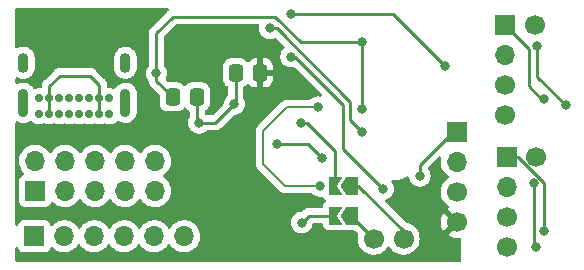
<source format=gbr>
%TF.GenerationSoftware,KiCad,Pcbnew,(6.0.2-0)*%
%TF.CreationDate,2023-10-19T17:34:18-05:00*%
%TF.ProjectId,airsticks_pcb,61697273-7469-4636-9b73-5f7063622e6b,rev?*%
%TF.SameCoordinates,Original*%
%TF.FileFunction,Copper,L2,Bot*%
%TF.FilePolarity,Positive*%
%FSLAX46Y46*%
G04 Gerber Fmt 4.6, Leading zero omitted, Abs format (unit mm)*
G04 Created by KiCad (PCBNEW (6.0.2-0)) date 2023-10-19 17:34:18*
%MOMM*%
%LPD*%
G01*
G04 APERTURE LIST*
G04 Aperture macros list*
%AMRoundRect*
0 Rectangle with rounded corners*
0 $1 Rounding radius*
0 $2 $3 $4 $5 $6 $7 $8 $9 X,Y pos of 4 corners*
0 Add a 4 corners polygon primitive as box body*
4,1,4,$2,$3,$4,$5,$6,$7,$8,$9,$2,$3,0*
0 Add four circle primitives for the rounded corners*
1,1,$1+$1,$2,$3*
1,1,$1+$1,$4,$5*
1,1,$1+$1,$6,$7*
1,1,$1+$1,$8,$9*
0 Add four rect primitives between the rounded corners*
20,1,$1+$1,$2,$3,$4,$5,0*
20,1,$1+$1,$4,$5,$6,$7,0*
20,1,$1+$1,$6,$7,$8,$9,0*
20,1,$1+$1,$8,$9,$2,$3,0*%
%AMFreePoly0*
4,1,6,1.000000,0.000000,0.500000,-0.750000,-0.500000,-0.750000,-0.500000,0.750000,0.500000,0.750000,1.000000,0.000000,1.000000,0.000000,$1*%
%AMFreePoly1*
4,1,6,0.500000,-0.750000,-0.650000,-0.750000,-0.150000,0.000000,-0.650000,0.750000,0.500000,0.750000,0.500000,-0.750000,0.500000,-0.750000,$1*%
G04 Aperture macros list end*
%TA.AperFunction,ComponentPad*%
%ADD10C,1.700000*%
%TD*%
%TA.AperFunction,ComponentPad*%
%ADD11C,0.700000*%
%TD*%
%TA.AperFunction,ComponentPad*%
%ADD12O,0.900000X1.700000*%
%TD*%
%TA.AperFunction,ComponentPad*%
%ADD13O,0.900000X2.400000*%
%TD*%
%TA.AperFunction,ComponentPad*%
%ADD14R,1.700000X1.700000*%
%TD*%
%TA.AperFunction,ComponentPad*%
%ADD15O,1.700000X1.700000*%
%TD*%
%TA.AperFunction,SMDPad,CuDef*%
%ADD16FreePoly0,180.000000*%
%TD*%
%TA.AperFunction,SMDPad,CuDef*%
%ADD17FreePoly1,180.000000*%
%TD*%
%TA.AperFunction,SMDPad,CuDef*%
%ADD18RoundRect,0.250000X0.337500X0.475000X-0.337500X0.475000X-0.337500X-0.475000X0.337500X-0.475000X0*%
%TD*%
%TA.AperFunction,SMDPad,CuDef*%
%ADD19RoundRect,0.250000X-0.337500X-0.475000X0.337500X-0.475000X0.337500X0.475000X-0.337500X0.475000X0*%
%TD*%
%TA.AperFunction,ViaPad*%
%ADD20C,0.800000*%
%TD*%
%TA.AperFunction,Conductor*%
%ADD21C,0.200000*%
%TD*%
%TA.AperFunction,Conductor*%
%ADD22C,0.250000*%
%TD*%
G04 APERTURE END LIST*
D10*
%TO.P,,1,Pin_1*%
%TO.N,+3V3*%
X57625000Y-72375000D03*
%TD*%
D11*
%TO.P,J1,A1,GND*%
%TO.N,GND*%
X28225000Y-63275000D03*
%TO.P,J1,A4,VBUS*%
%TO.N,+5V*%
X27375000Y-63275000D03*
%TO.P,J1,A5,CC1*%
%TO.N,unconnected-(J1-PadA5)*%
X26525000Y-63275000D03*
%TO.P,J1,A6,D+*%
%TO.N,unconnected-(J1-PadA6)*%
X25675000Y-63275000D03*
%TO.P,J1,A7,D-*%
%TO.N,unconnected-(J1-PadA7)*%
X24825000Y-63275000D03*
%TO.P,J1,A8,SBU1*%
%TO.N,unconnected-(J1-PadA8)*%
X23975000Y-63275000D03*
%TO.P,J1,A9,VBUS*%
%TO.N,+5V*%
X23125000Y-63275000D03*
%TO.P,J1,A12,GND*%
%TO.N,GND*%
X22275000Y-63275000D03*
%TO.P,J1,B1,GND*%
X22275000Y-61925000D03*
%TO.P,J1,B4,VBUS*%
%TO.N,+5V*%
X23125000Y-61925000D03*
%TO.P,J1,B5,CC2*%
%TO.N,unconnected-(J1-PadB5)*%
X23975000Y-61925000D03*
%TO.P,J1,B6,D+*%
%TO.N,unconnected-(J1-PadB6)*%
X24825000Y-61925000D03*
%TO.P,J1,B7,D-*%
%TO.N,unconnected-(J1-PadB7)*%
X25675000Y-61925000D03*
%TO.P,J1,B8,SBU2*%
%TO.N,unconnected-(J1-PadB8)*%
X26525000Y-61925000D03*
%TO.P,J1,B9,VBUS*%
%TO.N,+5V*%
X27375000Y-61925000D03*
%TO.P,J1,B12,GND*%
%TO.N,GND*%
X28225000Y-61925000D03*
D12*
%TO.P,J1,S1,SHIELD*%
X20925000Y-58915000D03*
X29575000Y-58915000D03*
D13*
X29575000Y-62295000D03*
X20925000Y-62295000D03*
%TD*%
D14*
%TO.P,J3,1,Pin_1*%
%TO.N,unconnected-(J3-Pad1)*%
X21850000Y-73600000D03*
D15*
%TO.P,J3,2,Pin_2*%
%TO.N,/RX*%
X24390000Y-73600000D03*
%TO.P,J3,3,Pin_3*%
%TO.N,/TX*%
X26930000Y-73600000D03*
%TO.P,J3,4,Pin_4*%
%TO.N,unconnected-(J3-Pad4)*%
X29470000Y-73600000D03*
%TO.P,J3,5,Pin_5*%
%TO.N,unconnected-(J3-Pad5)*%
X32010000Y-73600000D03*
%TO.P,J3,6,Pin_6*%
%TO.N,GND*%
X34550000Y-73600000D03*
%TD*%
D10*
%TO.P,,1,Pin_1*%
%TO.N,+3V3*%
X61850000Y-74475000D03*
%TD*%
D14*
%TO.P,J4,3,Pin_3*%
%TO.N,GND*%
X57625000Y-64770000D03*
D15*
%TO.P,J4,2,Pin_2*%
%TO.N,/I2C1_SLC*%
X57625000Y-67310000D03*
D10*
%TO.P,J4,1,Pin_1*%
%TO.N,/I2C1_SDA*%
X57625000Y-69850000D03*
%TD*%
%TO.P,,1,Pin_1*%
%TO.N,/ACC_INT1*%
X53125000Y-73800000D03*
%TD*%
%TO.P,J4,1,Pin_1*%
%TO.N,/I2C1_SDA*%
X61850000Y-71950000D03*
D15*
%TO.P,J4,2,Pin_2*%
%TO.N,/I2C1_SLC*%
X61850000Y-69410000D03*
D14*
%TO.P,J4,3,Pin_3*%
%TO.N,GND*%
X61850000Y-66870000D03*
%TD*%
D10*
%TO.P,J4,1,Pin_1*%
%TO.N,/I2C1_SDA*%
X61725000Y-60800000D03*
D15*
%TO.P,J4,2,Pin_2*%
%TO.N,/I2C1_SLC*%
X61725000Y-58260000D03*
D14*
%TO.P,J4,3,Pin_3*%
%TO.N,GND*%
X61725000Y-55720000D03*
%TD*%
D10*
%TO.P,,1,Pin_1*%
%TO.N,/ACC_INT1*%
X64375000Y-66875000D03*
%TD*%
D14*
%TO.P,J2,1,Pin_1*%
%TO.N,unconnected-(J2-Pad1)*%
X21925000Y-69775000D03*
D15*
%TO.P,J2,2,Pin_2*%
%TO.N,/SWDIO*%
X21925000Y-67235000D03*
%TO.P,J2,3,Pin_3*%
%TO.N,unconnected-(J2-Pad3)*%
X24465000Y-69775000D03*
%TO.P,J2,4,Pin_4*%
%TO.N,/SWCLK*%
X24465000Y-67235000D03*
%TO.P,J2,5,Pin_5*%
%TO.N,GND*%
X27005000Y-69775000D03*
%TO.P,J2,6,Pin_6*%
X27005000Y-67235000D03*
%TO.P,J2,7,Pin_7*%
%TO.N,unconnected-(J2-Pad7)*%
X29545000Y-69775000D03*
%TO.P,J2,8,Pin_8*%
%TO.N,unconnected-(J2-Pad8)*%
X29545000Y-67235000D03*
%TO.P,J2,9,Pin_9*%
%TO.N,unconnected-(J2-Pad9)*%
X32085000Y-69775000D03*
%TO.P,J2,10,Pin_10*%
%TO.N,unconnected-(J2-Pad10)*%
X32085000Y-67235000D03*
%TD*%
D10*
%TO.P,,1,Pin_1*%
%TO.N,/ACC_INT0*%
X50600000Y-73800000D03*
%TD*%
%TO.P,,1,Pin_1*%
%TO.N,+3V3*%
X61725000Y-63325000D03*
%TD*%
%TO.P,,1,Pin_1*%
%TO.N,/ACC_INT0*%
X64250000Y-55725000D03*
%TD*%
D16*
%TO.P,REF\u002A\u002A,1*%
%TO.N,/ACC_INT0*%
X48750000Y-71850000D03*
D17*
%TO.P,REF\u002A\u002A,2*%
X47300000Y-71850000D03*
%TD*%
D18*
%TO.P,C6,1*%
%TO.N,+3V3*%
X40987500Y-59775000D03*
%TO.P,C6,2*%
%TO.N,GND*%
X38912500Y-59775000D03*
%TD*%
D19*
%TO.P,C5,1*%
%TO.N,+5V*%
X33562500Y-61800000D03*
%TO.P,C5,2*%
%TO.N,GND*%
X35637500Y-61800000D03*
%TD*%
D16*
%TO.P,REF\u002A\u002A,1*%
%TO.N,/ACC_INT1*%
X48750000Y-69325000D03*
D17*
%TO.P,REF\u002A\u002A,2*%
X47300000Y-69325000D03*
%TD*%
D20*
%TO.N,/AUDIO+*%
X45875000Y-62675000D03*
X46025000Y-69350000D03*
%TO.N,GND*%
X54500000Y-68500000D03*
X65000000Y-62000000D03*
X35800000Y-64000000D03*
X38800000Y-62400000D03*
X65000000Y-73200000D03*
%TO.N,+5V*%
X49600000Y-57200000D03*
X49600000Y-62800000D03*
X32200000Y-59800000D03*
%TO.N,+3V3*%
X36800000Y-59800000D03*
X42400000Y-70600000D03*
X64125000Y-69100000D03*
X64375000Y-74475000D03*
X37421302Y-67200000D03*
X64462500Y-57537500D03*
X66850000Y-62525000D03*
%TO.N,Net-(J5-PadR)*%
X56600000Y-59200000D03*
X43600000Y-54800000D03*
%TO.N,Net-(J5-PadT)*%
X51400000Y-69600000D03*
X43600000Y-58400000D03*
%TO.N,Net-(R1-Pad2)*%
X49600000Y-64800000D03*
X41800000Y-56000000D03*
%TO.N,/ACC_INT1*%
X44400000Y-64050000D03*
%TO.N,/I2C1_SDA*%
X42400000Y-65800000D03*
X46200000Y-67000000D03*
%TO.N,/ACC_INT0*%
X44500000Y-72450000D03*
%TD*%
D21*
%TO.N,/AUDIO+*%
X41200000Y-64725000D02*
X41200000Y-67450000D01*
X43250000Y-62675000D02*
X41200000Y-64725000D01*
X45875000Y-62675000D02*
X43250000Y-62675000D01*
X41200000Y-67450000D02*
X43100000Y-69350000D01*
X43100000Y-69350000D02*
X46025000Y-69350000D01*
D22*
%TO.N,GND*%
X65000000Y-69075000D02*
X65000000Y-73200000D01*
X61725000Y-55725000D02*
X63725000Y-57725000D01*
X38912500Y-62287500D02*
X38800000Y-62400000D01*
X64800000Y-62000000D02*
X65000000Y-62000000D01*
X35637500Y-63837500D02*
X35800000Y-64000000D01*
X54500000Y-67575000D02*
X54500000Y-68500000D01*
X63725000Y-60925000D02*
X64800000Y-62000000D01*
X63725000Y-57725000D02*
X63725000Y-60925000D01*
X38912500Y-59775000D02*
X38912500Y-62287500D01*
X61850000Y-66870000D02*
X62795000Y-66870000D01*
X38800000Y-62400000D02*
X37200000Y-64000000D01*
X62795000Y-66870000D02*
X65000000Y-69075000D01*
X35637500Y-61800000D02*
X35637500Y-63837500D01*
X37200000Y-64000000D02*
X35800000Y-64000000D01*
X57325000Y-64750000D02*
X54500000Y-67575000D01*
%TO.N,+5V*%
X27375000Y-63275000D02*
X27375000Y-61925000D01*
X23125000Y-61925000D02*
X23125000Y-60875000D01*
X44400000Y-57200000D02*
X49600000Y-57200000D01*
X26600000Y-60000000D02*
X27375000Y-60775000D01*
X32200000Y-56400000D02*
X33600000Y-55000000D01*
X23125000Y-63275000D02*
X23125000Y-61925000D01*
X32200000Y-60437500D02*
X33562500Y-61800000D01*
X33600000Y-55000000D02*
X42200000Y-55000000D01*
X27375000Y-60775000D02*
X27375000Y-61925000D01*
X32200000Y-59800000D02*
X32200000Y-56400000D01*
X42200000Y-55000000D02*
X44400000Y-57200000D01*
X24000000Y-60000000D02*
X26600000Y-60000000D01*
X23125000Y-60875000D02*
X24000000Y-60000000D01*
X49600000Y-57200000D02*
X49600000Y-62800000D01*
X32200000Y-59800000D02*
X32200000Y-60437500D01*
%TO.N,+3V3*%
X66850000Y-62525000D02*
X64462500Y-60137500D01*
X64125000Y-74225000D02*
X64375000Y-74475000D01*
X64125000Y-69100000D02*
X64125000Y-74225000D01*
X64462500Y-60137500D02*
X64462500Y-57537500D01*
%TO.N,Net-(J5-PadR)*%
X43600000Y-54800000D02*
X52200000Y-54800000D01*
X52200000Y-54800000D02*
X56600000Y-59200000D01*
%TO.N,Net-(J5-PadT)*%
X43600000Y-58400000D02*
X43900000Y-58400000D01*
X48000000Y-62500000D02*
X48000000Y-66200000D01*
X48000000Y-66200000D02*
X51400000Y-69600000D01*
X43900000Y-58400000D02*
X48000000Y-62500000D01*
%TO.N,Net-(R1-Pad2)*%
X48600000Y-63800000D02*
X49600000Y-64800000D01*
X48600000Y-62200000D02*
X48600000Y-63800000D01*
X42400000Y-56000000D02*
X48600000Y-62200000D01*
X41800000Y-56000000D02*
X42400000Y-56000000D01*
%TO.N,/ACC_INT1*%
X44950000Y-64050000D02*
X44400000Y-64050000D01*
X48750000Y-69325000D02*
X49300000Y-69325000D01*
X47300000Y-66400000D02*
X44950000Y-64050000D01*
X49300000Y-69325000D02*
X53300000Y-73325000D01*
X47300000Y-69325000D02*
X47300000Y-66400000D01*
%TO.N,/I2C1_SDA*%
X46200000Y-67000000D02*
X45000000Y-65800000D01*
X45000000Y-65800000D02*
X42400000Y-65800000D01*
%TO.N,/ACC_INT0*%
X50600000Y-73800000D02*
X48750000Y-71950000D01*
X45100000Y-71850000D02*
X44500000Y-72450000D01*
X50525000Y-73725000D02*
X50600000Y-73800000D01*
X48750000Y-71950000D02*
X48750000Y-71850000D01*
X47300000Y-71850000D02*
X45100000Y-71850000D01*
%TD*%
%TA.AperFunction,Conductor*%
%TO.N,+3V3*%
G36*
X33217700Y-54278002D02*
G01*
X33264193Y-54331658D01*
X33274297Y-54401932D01*
X33244803Y-54466512D01*
X33221354Y-54486082D01*
X33221727Y-54486563D01*
X33215466Y-54491420D01*
X33208638Y-54495458D01*
X33194317Y-54509779D01*
X33179284Y-54522619D01*
X33162893Y-54534528D01*
X33157842Y-54540634D01*
X33134702Y-54568605D01*
X33126712Y-54577384D01*
X31807747Y-55896348D01*
X31799461Y-55903888D01*
X31792982Y-55908000D01*
X31787557Y-55913777D01*
X31746357Y-55957651D01*
X31743602Y-55960493D01*
X31723865Y-55980230D01*
X31721385Y-55983427D01*
X31713682Y-55992447D01*
X31683414Y-56024679D01*
X31679595Y-56031625D01*
X31679593Y-56031628D01*
X31673652Y-56042434D01*
X31662801Y-56058953D01*
X31650386Y-56074959D01*
X31647241Y-56082228D01*
X31647238Y-56082232D01*
X31632826Y-56115537D01*
X31627609Y-56126187D01*
X31606305Y-56164940D01*
X31604334Y-56172615D01*
X31604334Y-56172616D01*
X31601267Y-56184562D01*
X31594863Y-56203266D01*
X31586819Y-56221855D01*
X31585580Y-56229678D01*
X31585577Y-56229688D01*
X31579901Y-56265524D01*
X31577495Y-56277144D01*
X31573457Y-56292872D01*
X31566500Y-56319970D01*
X31566500Y-56340224D01*
X31564949Y-56359934D01*
X31561780Y-56379943D01*
X31562526Y-56387835D01*
X31565941Y-56423961D01*
X31566500Y-56435819D01*
X31566500Y-59097476D01*
X31546498Y-59165597D01*
X31534142Y-59181779D01*
X31460960Y-59263056D01*
X31448485Y-59284664D01*
X31395535Y-59376376D01*
X31365473Y-59428444D01*
X31306458Y-59610072D01*
X31305768Y-59616633D01*
X31305768Y-59616635D01*
X31288886Y-59777260D01*
X31286496Y-59800000D01*
X31287186Y-59806565D01*
X31292726Y-59859271D01*
X31306458Y-59989928D01*
X31365473Y-60171556D01*
X31460960Y-60336944D01*
X31535866Y-60420136D01*
X31566582Y-60484141D01*
X31568167Y-60500482D01*
X31569327Y-60537389D01*
X31572979Y-60549959D01*
X31574978Y-60556839D01*
X31578987Y-60576200D01*
X31579424Y-60579655D01*
X31581526Y-60596297D01*
X31584445Y-60603668D01*
X31584445Y-60603670D01*
X31597804Y-60637412D01*
X31601649Y-60648642D01*
X31610487Y-60679063D01*
X31613982Y-60691093D01*
X31618015Y-60697912D01*
X31618017Y-60697917D01*
X31624293Y-60708528D01*
X31632988Y-60726276D01*
X31640448Y-60745117D01*
X31645110Y-60751533D01*
X31645110Y-60751534D01*
X31666436Y-60780887D01*
X31672952Y-60790807D01*
X31695458Y-60828862D01*
X31709779Y-60843183D01*
X31722619Y-60858216D01*
X31734528Y-60874607D01*
X31740632Y-60879657D01*
X31740637Y-60879662D01*
X31768598Y-60902793D01*
X31777379Y-60910783D01*
X32429596Y-61563001D01*
X32463621Y-61625313D01*
X32466500Y-61652096D01*
X32466500Y-62325400D01*
X32466837Y-62328646D01*
X32466837Y-62328650D01*
X32476598Y-62422721D01*
X32477474Y-62431166D01*
X32479655Y-62437702D01*
X32479655Y-62437704D01*
X32523728Y-62569806D01*
X32533450Y-62598946D01*
X32626522Y-62749348D01*
X32751697Y-62874305D01*
X32757927Y-62878145D01*
X32757928Y-62878146D01*
X32895090Y-62962694D01*
X32902262Y-62967115D01*
X32982005Y-62993564D01*
X33063611Y-63020632D01*
X33063613Y-63020632D01*
X33070139Y-63022797D01*
X33076975Y-63023497D01*
X33076978Y-63023498D01*
X33120031Y-63027909D01*
X33174600Y-63033500D01*
X33950400Y-63033500D01*
X33953646Y-63033163D01*
X33953650Y-63033163D01*
X34049308Y-63023238D01*
X34049312Y-63023237D01*
X34056166Y-63022526D01*
X34062702Y-63020345D01*
X34062704Y-63020345D01*
X34195999Y-62975874D01*
X34223946Y-62966550D01*
X34374348Y-62873478D01*
X34499305Y-62748303D01*
X34501906Y-62744084D01*
X34559030Y-62703583D01*
X34629953Y-62700351D01*
X34691365Y-62735976D01*
X34697922Y-62743530D01*
X34701522Y-62749348D01*
X34826697Y-62874305D01*
X34944117Y-62946684D01*
X34991609Y-62999455D01*
X35004000Y-63053943D01*
X35004000Y-63527952D01*
X34987119Y-63590952D01*
X34965473Y-63628444D01*
X34906458Y-63810072D01*
X34905768Y-63816633D01*
X34905768Y-63816635D01*
X34888790Y-63978175D01*
X34886496Y-64000000D01*
X34887186Y-64006565D01*
X34899228Y-64121134D01*
X34906458Y-64189928D01*
X34965473Y-64371556D01*
X35060960Y-64536944D01*
X35065378Y-64541851D01*
X35065379Y-64541852D01*
X35147452Y-64633003D01*
X35188747Y-64678866D01*
X35343248Y-64791118D01*
X35349276Y-64793802D01*
X35349278Y-64793803D01*
X35446833Y-64837237D01*
X35517712Y-64868794D01*
X35611113Y-64888647D01*
X35698056Y-64907128D01*
X35698061Y-64907128D01*
X35704513Y-64908500D01*
X35895487Y-64908500D01*
X35901939Y-64907128D01*
X35901944Y-64907128D01*
X35988887Y-64888647D01*
X36082288Y-64868794D01*
X36153167Y-64837237D01*
X36250722Y-64793803D01*
X36250724Y-64793802D01*
X36256752Y-64791118D01*
X36292866Y-64764880D01*
X36402652Y-64685115D01*
X36411253Y-64678866D01*
X36415668Y-64673963D01*
X36420580Y-64669540D01*
X36421705Y-64670789D01*
X36475014Y-64637949D01*
X36508200Y-64633500D01*
X37121233Y-64633500D01*
X37132416Y-64634027D01*
X37139909Y-64635702D01*
X37147835Y-64635453D01*
X37147836Y-64635453D01*
X37207986Y-64633562D01*
X37211945Y-64633500D01*
X37239856Y-64633500D01*
X37243791Y-64633003D01*
X37243856Y-64632995D01*
X37255693Y-64632062D01*
X37287951Y-64631048D01*
X37291970Y-64630922D01*
X37299889Y-64630673D01*
X37319343Y-64625021D01*
X37338700Y-64621013D01*
X37350930Y-64619468D01*
X37350931Y-64619468D01*
X37358797Y-64618474D01*
X37366168Y-64615555D01*
X37366170Y-64615555D01*
X37399912Y-64602196D01*
X37411142Y-64598351D01*
X37445983Y-64588229D01*
X37445984Y-64588229D01*
X37453593Y-64586018D01*
X37460412Y-64581985D01*
X37460417Y-64581983D01*
X37471028Y-64575707D01*
X37488776Y-64567012D01*
X37507617Y-64559552D01*
X37543387Y-64533564D01*
X37553307Y-64527048D01*
X37584535Y-64508580D01*
X37584538Y-64508578D01*
X37591362Y-64504542D01*
X37605683Y-64490221D01*
X37620717Y-64477380D01*
X37630694Y-64470131D01*
X37637107Y-64465472D01*
X37665298Y-64431395D01*
X37673288Y-64422616D01*
X38750499Y-63345405D01*
X38812811Y-63311379D01*
X38839594Y-63308500D01*
X38895487Y-63308500D01*
X38901939Y-63307128D01*
X38901944Y-63307128D01*
X38988887Y-63288647D01*
X39082288Y-63268794D01*
X39088319Y-63266109D01*
X39250722Y-63193803D01*
X39250724Y-63193802D01*
X39256752Y-63191118D01*
X39411253Y-63078866D01*
X39463687Y-63020632D01*
X39534621Y-62941852D01*
X39534622Y-62941851D01*
X39539040Y-62936944D01*
X39634527Y-62771556D01*
X39693542Y-62589928D01*
X39713504Y-62400000D01*
X39706005Y-62328650D01*
X39694232Y-62216635D01*
X39694232Y-62216633D01*
X39693542Y-62210072D01*
X39634527Y-62028444D01*
X39562881Y-61904349D01*
X39546000Y-61841350D01*
X39546000Y-61029046D01*
X39566002Y-60960925D01*
X39605697Y-60921902D01*
X39718120Y-60852332D01*
X39724348Y-60848478D01*
X39849305Y-60723303D01*
X39852102Y-60718765D01*
X39909353Y-60678176D01*
X39980276Y-60674946D01*
X40041687Y-60710572D01*
X40049062Y-60719068D01*
X40057098Y-60729207D01*
X40171829Y-60843739D01*
X40183240Y-60852751D01*
X40321243Y-60937816D01*
X40334424Y-60943963D01*
X40488710Y-60995138D01*
X40502086Y-60998005D01*
X40596438Y-61007672D01*
X40602854Y-61008000D01*
X40715385Y-61008000D01*
X40730624Y-61003525D01*
X40731829Y-61002135D01*
X40733500Y-60994452D01*
X40733500Y-60989884D01*
X41241500Y-60989884D01*
X41245975Y-61005123D01*
X41247365Y-61006328D01*
X41255048Y-61007999D01*
X41372095Y-61007999D01*
X41378614Y-61007662D01*
X41474206Y-60997743D01*
X41487600Y-60994851D01*
X41641784Y-60943412D01*
X41654962Y-60937239D01*
X41792807Y-60851937D01*
X41804208Y-60842901D01*
X41918739Y-60728171D01*
X41927751Y-60716760D01*
X42012816Y-60578757D01*
X42018963Y-60565576D01*
X42070138Y-60411290D01*
X42073005Y-60397914D01*
X42082672Y-60303562D01*
X42083000Y-60297146D01*
X42083000Y-60047115D01*
X42078525Y-60031876D01*
X42077135Y-60030671D01*
X42069452Y-60029000D01*
X41259615Y-60029000D01*
X41244376Y-60033475D01*
X41243171Y-60034865D01*
X41241500Y-60042548D01*
X41241500Y-60989884D01*
X40733500Y-60989884D01*
X40733500Y-59502885D01*
X41241500Y-59502885D01*
X41245975Y-59518124D01*
X41247365Y-59519329D01*
X41255048Y-59521000D01*
X42064884Y-59521000D01*
X42080123Y-59516525D01*
X42081328Y-59515135D01*
X42082999Y-59507452D01*
X42082999Y-59252905D01*
X42082662Y-59246386D01*
X42072743Y-59150794D01*
X42069851Y-59137400D01*
X42018412Y-58983216D01*
X42012239Y-58970038D01*
X41926937Y-58832193D01*
X41917901Y-58820792D01*
X41803171Y-58706261D01*
X41791760Y-58697249D01*
X41653757Y-58612184D01*
X41640576Y-58606037D01*
X41486290Y-58554862D01*
X41472914Y-58551995D01*
X41378562Y-58542328D01*
X41372145Y-58542000D01*
X41259615Y-58542000D01*
X41244376Y-58546475D01*
X41243171Y-58547865D01*
X41241500Y-58555548D01*
X41241500Y-59502885D01*
X40733500Y-59502885D01*
X40733500Y-58560116D01*
X40729025Y-58544877D01*
X40727635Y-58543672D01*
X40719952Y-58542001D01*
X40602905Y-58542001D01*
X40596386Y-58542338D01*
X40500794Y-58552257D01*
X40487400Y-58555149D01*
X40333216Y-58606588D01*
X40320038Y-58612761D01*
X40182193Y-58698063D01*
X40170792Y-58707099D01*
X40056262Y-58821828D01*
X40049206Y-58830762D01*
X39991288Y-58871823D01*
X39920365Y-58875053D01*
X39858954Y-58839426D01*
X39852154Y-58831593D01*
X39848478Y-58825652D01*
X39723303Y-58700695D01*
X39662242Y-58663056D01*
X39578968Y-58611725D01*
X39578966Y-58611724D01*
X39572738Y-58607885D01*
X39492995Y-58581436D01*
X39411389Y-58554368D01*
X39411387Y-58554368D01*
X39404861Y-58552203D01*
X39398025Y-58551503D01*
X39398022Y-58551502D01*
X39354969Y-58547091D01*
X39300400Y-58541500D01*
X38524600Y-58541500D01*
X38521354Y-58541837D01*
X38521350Y-58541837D01*
X38425692Y-58551762D01*
X38425688Y-58551763D01*
X38418834Y-58552474D01*
X38412298Y-58554655D01*
X38412296Y-58554655D01*
X38306571Y-58589928D01*
X38251054Y-58608450D01*
X38100652Y-58701522D01*
X37975695Y-58826697D01*
X37882885Y-58977262D01*
X37869826Y-59016635D01*
X37850814Y-59073955D01*
X37827203Y-59145139D01*
X37816500Y-59249600D01*
X37816500Y-60300400D01*
X37816837Y-60303646D01*
X37816837Y-60303650D01*
X37826618Y-60397914D01*
X37827474Y-60406166D01*
X37829655Y-60412702D01*
X37829655Y-60412704D01*
X37858672Y-60499679D01*
X37883450Y-60573946D01*
X37976522Y-60724348D01*
X37981704Y-60729521D01*
X38017274Y-60765029D01*
X38101697Y-60849305D01*
X38107927Y-60853145D01*
X38107928Y-60853146D01*
X38132340Y-60868194D01*
X38219117Y-60921684D01*
X38266609Y-60974455D01*
X38279000Y-61028943D01*
X38279000Y-61591361D01*
X38258998Y-61659482D01*
X38227061Y-61693297D01*
X38188747Y-61721134D01*
X38184326Y-61726044D01*
X38184325Y-61726045D01*
X38102171Y-61817287D01*
X38060960Y-61863056D01*
X37965473Y-62028444D01*
X37906458Y-62210072D01*
X37905768Y-62216633D01*
X37905768Y-62216635D01*
X37900889Y-62263056D01*
X37892681Y-62341158D01*
X37889093Y-62375292D01*
X37862080Y-62440949D01*
X37852878Y-62451218D01*
X36974499Y-63329596D01*
X36912187Y-63363621D01*
X36885404Y-63366500D01*
X36508200Y-63366500D01*
X36440079Y-63346498D01*
X36420853Y-63330157D01*
X36420580Y-63330460D01*
X36415668Y-63326037D01*
X36411253Y-63321134D01*
X36322939Y-63256970D01*
X36279585Y-63200748D01*
X36271000Y-63155034D01*
X36271000Y-63054046D01*
X36291002Y-62985925D01*
X36330697Y-62946902D01*
X36443120Y-62877332D01*
X36449348Y-62873478D01*
X36574305Y-62748303D01*
X36667115Y-62597738D01*
X36693564Y-62517995D01*
X36720632Y-62436389D01*
X36720632Y-62436387D01*
X36722797Y-62429861D01*
X36733500Y-62325400D01*
X36733500Y-61274600D01*
X36727675Y-61218458D01*
X36723238Y-61175692D01*
X36723237Y-61175688D01*
X36722526Y-61168834D01*
X36719944Y-61161093D01*
X36668867Y-61007999D01*
X36666550Y-61001054D01*
X36573478Y-60850652D01*
X36565714Y-60842901D01*
X36453483Y-60730866D01*
X36448303Y-60725695D01*
X36442072Y-60721854D01*
X36303968Y-60636725D01*
X36303966Y-60636724D01*
X36297738Y-60632885D01*
X36187428Y-60596297D01*
X36136389Y-60579368D01*
X36136387Y-60579368D01*
X36129861Y-60577203D01*
X36123025Y-60576503D01*
X36123022Y-60576502D01*
X36079969Y-60572091D01*
X36025400Y-60566500D01*
X35249600Y-60566500D01*
X35246354Y-60566837D01*
X35246350Y-60566837D01*
X35150692Y-60576762D01*
X35150688Y-60576763D01*
X35143834Y-60577474D01*
X35137298Y-60579655D01*
X35137296Y-60579655D01*
X35027749Y-60616203D01*
X34976054Y-60633450D01*
X34825652Y-60726522D01*
X34700695Y-60851697D01*
X34698094Y-60855916D01*
X34640970Y-60896417D01*
X34570047Y-60899649D01*
X34508635Y-60864024D01*
X34502078Y-60856470D01*
X34498478Y-60850652D01*
X34490714Y-60842901D01*
X34378483Y-60730866D01*
X34373303Y-60725695D01*
X34367072Y-60721854D01*
X34228968Y-60636725D01*
X34228966Y-60636724D01*
X34222738Y-60632885D01*
X34112428Y-60596297D01*
X34061389Y-60579368D01*
X34061387Y-60579368D01*
X34054861Y-60577203D01*
X34048025Y-60576503D01*
X34048022Y-60576502D01*
X34004969Y-60572091D01*
X33950400Y-60566500D01*
X33277096Y-60566500D01*
X33208975Y-60546498D01*
X33188001Y-60529596D01*
X33028016Y-60369611D01*
X32993991Y-60307300D01*
X32999055Y-60236484D01*
X33007992Y-60217516D01*
X33031223Y-60177279D01*
X33031224Y-60177278D01*
X33034527Y-60171556D01*
X33093542Y-59989928D01*
X33107275Y-59859271D01*
X33112814Y-59806565D01*
X33113504Y-59800000D01*
X33111114Y-59777260D01*
X33094232Y-59616635D01*
X33094232Y-59616633D01*
X33093542Y-59610072D01*
X33034527Y-59428444D01*
X33004466Y-59376376D01*
X32951515Y-59284664D01*
X32939040Y-59263056D01*
X32865863Y-59181785D01*
X32835147Y-59117779D01*
X32833500Y-59097476D01*
X32833500Y-56714594D01*
X32853502Y-56646473D01*
X32870401Y-56625503D01*
X33825502Y-55670403D01*
X33887812Y-55636379D01*
X33914595Y-55633500D01*
X40790406Y-55633500D01*
X40858527Y-55653502D01*
X40905020Y-55707158D01*
X40915124Y-55777432D01*
X40910238Y-55798438D01*
X40908498Y-55803792D01*
X40908497Y-55803797D01*
X40906458Y-55810072D01*
X40886496Y-56000000D01*
X40887186Y-56006565D01*
X40903832Y-56164940D01*
X40906458Y-56189928D01*
X40965473Y-56371556D01*
X41060960Y-56536944D01*
X41065378Y-56541851D01*
X41065379Y-56541852D01*
X41174512Y-56663056D01*
X41188747Y-56678866D01*
X41343248Y-56791118D01*
X41349276Y-56793802D01*
X41349278Y-56793803D01*
X41441200Y-56834729D01*
X41517712Y-56868794D01*
X41611112Y-56888647D01*
X41698056Y-56907128D01*
X41698061Y-56907128D01*
X41704513Y-56908500D01*
X41895487Y-56908500D01*
X41901939Y-56907128D01*
X41901944Y-56907128D01*
X41988888Y-56888647D01*
X42082288Y-56868794D01*
X42204255Y-56814491D01*
X42274622Y-56805057D01*
X42338919Y-56835163D01*
X42344599Y-56840503D01*
X43021399Y-57517303D01*
X43055425Y-57579615D01*
X43050360Y-57650430D01*
X43006365Y-57708334D01*
X42988747Y-57721134D01*
X42860960Y-57863056D01*
X42765473Y-58028444D01*
X42706458Y-58210072D01*
X42686496Y-58400000D01*
X42687186Y-58406565D01*
X42703325Y-58560116D01*
X42706458Y-58589928D01*
X42765473Y-58771556D01*
X42860960Y-58936944D01*
X42865378Y-58941851D01*
X42865379Y-58941852D01*
X42921152Y-59003794D01*
X42988747Y-59078866D01*
X43042306Y-59117779D01*
X43131680Y-59182713D01*
X43143248Y-59191118D01*
X43149276Y-59193802D01*
X43149278Y-59193803D01*
X43311681Y-59266109D01*
X43317712Y-59268794D01*
X43411113Y-59288647D01*
X43498056Y-59307128D01*
X43498061Y-59307128D01*
X43504513Y-59308500D01*
X43695487Y-59308500D01*
X43807623Y-59284664D01*
X43878411Y-59290066D01*
X43922912Y-59318816D01*
X46177817Y-61573721D01*
X46211843Y-61636033D01*
X46206778Y-61706848D01*
X46164231Y-61763684D01*
X46097711Y-61788495D01*
X46062525Y-61786063D01*
X45976944Y-61767872D01*
X45976939Y-61767872D01*
X45970487Y-61766500D01*
X45779513Y-61766500D01*
X45773061Y-61767872D01*
X45773056Y-61767872D01*
X45687477Y-61786063D01*
X45592712Y-61806206D01*
X45586682Y-61808891D01*
X45586681Y-61808891D01*
X45424278Y-61881197D01*
X45424276Y-61881198D01*
X45418248Y-61883882D01*
X45263747Y-61996134D01*
X45259334Y-62001036D01*
X45259332Y-62001037D01*
X45237926Y-62024811D01*
X45177480Y-62062050D01*
X45144290Y-62066500D01*
X43298136Y-62066500D01*
X43281693Y-62065422D01*
X43250000Y-62061250D01*
X43241811Y-62062328D01*
X43210126Y-62066499D01*
X43210117Y-62066500D01*
X43210115Y-62066500D01*
X43210109Y-62066501D01*
X43210107Y-62066501D01*
X43110543Y-62079609D01*
X43099336Y-62081084D01*
X43099334Y-62081085D01*
X43091149Y-62082162D01*
X42943124Y-62143476D01*
X42897305Y-62178634D01*
X42847937Y-62216515D01*
X42847921Y-62216529D01*
X42822566Y-62235984D01*
X42822563Y-62235987D01*
X42816013Y-62241013D01*
X42810983Y-62247568D01*
X42796548Y-62266379D01*
X42785681Y-62278770D01*
X40803766Y-64260685D01*
X40791375Y-64271552D01*
X40766013Y-64291013D01*
X40741526Y-64322925D01*
X40741523Y-64322928D01*
X40668476Y-64418124D01*
X40662979Y-64431395D01*
X40611826Y-64554890D01*
X40607162Y-64566149D01*
X40606795Y-64568939D01*
X40591500Y-64685115D01*
X40591500Y-64685120D01*
X40586250Y-64725000D01*
X40587328Y-64733188D01*
X40590422Y-64756690D01*
X40591500Y-64773136D01*
X40591500Y-67401864D01*
X40590422Y-67418307D01*
X40586250Y-67450000D01*
X40591500Y-67489880D01*
X40591500Y-67489885D01*
X40600066Y-67554943D01*
X40601908Y-67568937D01*
X40601908Y-67568939D01*
X40605743Y-67598069D01*
X40607162Y-67608851D01*
X40668476Y-67756876D01*
X40673503Y-67763427D01*
X40673504Y-67763429D01*
X40741520Y-67852069D01*
X40741526Y-67852075D01*
X40766013Y-67883987D01*
X40772568Y-67889017D01*
X40791379Y-67903452D01*
X40803770Y-67914319D01*
X42635685Y-69746234D01*
X42646552Y-69758625D01*
X42666013Y-69783987D01*
X42672563Y-69789013D01*
X42697921Y-69808471D01*
X42697937Y-69808485D01*
X42736715Y-69838240D01*
X42793124Y-69881524D01*
X42941149Y-69942838D01*
X42949336Y-69943916D01*
X42949337Y-69943916D01*
X42960542Y-69945391D01*
X42991738Y-69949498D01*
X43060115Y-69958500D01*
X43060118Y-69958500D01*
X43060126Y-69958501D01*
X43091811Y-69962672D01*
X43100000Y-69963750D01*
X43131693Y-69959578D01*
X43148136Y-69958500D01*
X45294290Y-69958500D01*
X45362411Y-69978502D01*
X45387926Y-70000189D01*
X45413747Y-70028866D01*
X45568248Y-70141118D01*
X45574276Y-70143802D01*
X45574278Y-70143803D01*
X45736681Y-70216109D01*
X45742712Y-70218794D01*
X45836112Y-70238647D01*
X45923056Y-70257128D01*
X45923061Y-70257128D01*
X45929513Y-70258500D01*
X46120487Y-70258500D01*
X46126939Y-70257128D01*
X46126944Y-70257128D01*
X46205142Y-70240506D01*
X46275933Y-70245908D01*
X46332565Y-70288725D01*
X46337332Y-70295625D01*
X46411750Y-70411421D01*
X46418561Y-70417323D01*
X46418563Y-70417325D01*
X46505618Y-70492759D01*
X46544002Y-70552485D01*
X46544002Y-70623481D01*
X46505618Y-70683207D01*
X46491229Y-70693980D01*
X46485569Y-70697618D01*
X46463579Y-70711750D01*
X46457678Y-70718560D01*
X46373726Y-70815445D01*
X46373724Y-70815448D01*
X46367824Y-70822257D01*
X46307081Y-70955266D01*
X46305798Y-70964189D01*
X46288419Y-71085062D01*
X46286271Y-71100000D01*
X46286271Y-71100451D01*
X46261820Y-71166008D01*
X46204984Y-71208555D01*
X46160951Y-71216500D01*
X45178767Y-71216500D01*
X45167584Y-71215973D01*
X45160091Y-71214298D01*
X45152165Y-71214547D01*
X45152164Y-71214547D01*
X45092014Y-71216438D01*
X45088055Y-71216500D01*
X45060144Y-71216500D01*
X45056210Y-71216997D01*
X45056209Y-71216997D01*
X45056144Y-71217005D01*
X45044307Y-71217938D01*
X45012490Y-71218938D01*
X45008029Y-71219078D01*
X45000110Y-71219327D01*
X44982454Y-71224456D01*
X44980658Y-71224978D01*
X44961306Y-71228986D01*
X44954235Y-71229880D01*
X44941203Y-71231526D01*
X44933834Y-71234443D01*
X44933832Y-71234444D01*
X44900097Y-71247800D01*
X44888869Y-71251645D01*
X44846407Y-71263982D01*
X44839584Y-71268017D01*
X44839582Y-71268018D01*
X44828972Y-71274293D01*
X44811224Y-71282988D01*
X44792383Y-71290448D01*
X44785967Y-71295110D01*
X44785966Y-71295110D01*
X44756613Y-71316436D01*
X44746693Y-71322952D01*
X44715465Y-71341420D01*
X44715462Y-71341422D01*
X44708638Y-71345458D01*
X44694317Y-71359779D01*
X44679284Y-71372619D01*
X44662893Y-71384528D01*
X44657840Y-71390636D01*
X44634708Y-71418598D01*
X44626718Y-71427378D01*
X44549501Y-71504595D01*
X44487189Y-71538621D01*
X44460406Y-71541500D01*
X44404513Y-71541500D01*
X44398061Y-71542872D01*
X44398056Y-71542872D01*
X44311112Y-71561353D01*
X44217712Y-71581206D01*
X44211682Y-71583891D01*
X44211681Y-71583891D01*
X44049278Y-71656197D01*
X44049276Y-71656198D01*
X44043248Y-71658882D01*
X43888747Y-71771134D01*
X43760960Y-71913056D01*
X43665473Y-72078444D01*
X43606458Y-72260072D01*
X43605768Y-72266633D01*
X43605768Y-72266635D01*
X43603743Y-72285905D01*
X43586496Y-72450000D01*
X43587186Y-72456565D01*
X43602984Y-72606870D01*
X43606458Y-72639928D01*
X43665473Y-72821556D01*
X43760960Y-72986944D01*
X43765378Y-72991851D01*
X43765379Y-72991852D01*
X43884325Y-73123955D01*
X43888747Y-73128866D01*
X44043248Y-73241118D01*
X44049276Y-73243802D01*
X44049278Y-73243803D01*
X44211681Y-73316109D01*
X44217712Y-73318794D01*
X44311112Y-73338647D01*
X44398056Y-73357128D01*
X44398061Y-73357128D01*
X44404513Y-73358500D01*
X44595487Y-73358500D01*
X44601939Y-73357128D01*
X44601944Y-73357128D01*
X44688888Y-73338647D01*
X44782288Y-73318794D01*
X44788319Y-73316109D01*
X44950722Y-73243803D01*
X44950724Y-73243802D01*
X44956752Y-73241118D01*
X45111253Y-73128866D01*
X45115675Y-73123955D01*
X45234621Y-72991852D01*
X45234622Y-72991851D01*
X45239040Y-72986944D01*
X45334527Y-72821556D01*
X45393542Y-72639928D01*
X45398124Y-72596329D01*
X45425137Y-72530673D01*
X45483358Y-72490043D01*
X45523434Y-72483500D01*
X46160629Y-72483500D01*
X46228750Y-72503502D01*
X46275243Y-72557158D01*
X46286307Y-72600510D01*
X46291500Y-72673111D01*
X46302686Y-72711206D01*
X46330128Y-72804664D01*
X46332696Y-72813411D01*
X46352488Y-72844208D01*
X46406878Y-72928841D01*
X46406880Y-72928844D01*
X46411750Y-72936421D01*
X46418560Y-72942322D01*
X46515445Y-73026274D01*
X46515448Y-73026276D01*
X46522257Y-73032176D01*
X46655266Y-73092919D01*
X46664189Y-73094202D01*
X46680100Y-73096490D01*
X46800000Y-73113729D01*
X47950000Y-73113729D01*
X47952514Y-73113528D01*
X48024647Y-73107760D01*
X48024650Y-73107759D01*
X48031645Y-73107200D01*
X48038343Y-73105110D01*
X48038345Y-73105110D01*
X48058981Y-73098672D01*
X48114438Y-73094238D01*
X48172214Y-73102545D01*
X48250000Y-73113729D01*
X48965635Y-73113729D01*
X49033756Y-73133731D01*
X49054730Y-73150634D01*
X49249778Y-73345682D01*
X49283804Y-73407994D01*
X49282100Y-73468448D01*
X49260989Y-73544570D01*
X49260441Y-73549700D01*
X49260440Y-73549704D01*
X49254706Y-73603365D01*
X49237251Y-73766695D01*
X49237548Y-73771848D01*
X49237548Y-73771851D01*
X49243011Y-73866590D01*
X49250110Y-73989715D01*
X49251247Y-73994761D01*
X49251248Y-73994767D01*
X49271119Y-74082939D01*
X49299222Y-74207639D01*
X49339346Y-74306453D01*
X49380982Y-74408990D01*
X49383266Y-74414616D01*
X49499987Y-74605088D01*
X49646250Y-74773938D01*
X49818126Y-74916632D01*
X50011000Y-75029338D01*
X50219692Y-75109030D01*
X50224760Y-75110061D01*
X50224763Y-75110062D01*
X50332017Y-75131883D01*
X50438597Y-75153567D01*
X50443772Y-75153757D01*
X50443774Y-75153757D01*
X50656673Y-75161564D01*
X50656677Y-75161564D01*
X50661837Y-75161753D01*
X50666957Y-75161097D01*
X50666959Y-75161097D01*
X50878288Y-75134025D01*
X50878289Y-75134025D01*
X50883416Y-75133368D01*
X50888366Y-75131883D01*
X51092429Y-75070661D01*
X51092434Y-75070659D01*
X51097384Y-75069174D01*
X51297994Y-74970896D01*
X51479860Y-74841173D01*
X51491737Y-74829338D01*
X51604837Y-74716632D01*
X51638096Y-74683489D01*
X51671122Y-74637529D01*
X51736628Y-74546367D01*
X51762174Y-74510815D01*
X51818169Y-74467167D01*
X51888872Y-74460721D01*
X51951837Y-74493524D01*
X51971930Y-74518507D01*
X52022287Y-74600684D01*
X52022291Y-74600689D01*
X52024987Y-74605088D01*
X52171250Y-74773938D01*
X52343126Y-74916632D01*
X52536000Y-75029338D01*
X52744692Y-75109030D01*
X52749760Y-75110061D01*
X52749763Y-75110062D01*
X52857017Y-75131883D01*
X52963597Y-75153567D01*
X52968772Y-75153757D01*
X52968774Y-75153757D01*
X53181673Y-75161564D01*
X53181677Y-75161564D01*
X53186837Y-75161753D01*
X53191957Y-75161097D01*
X53191959Y-75161097D01*
X53403288Y-75134025D01*
X53403289Y-75134025D01*
X53408416Y-75133368D01*
X53413366Y-75131883D01*
X53617429Y-75070661D01*
X53617434Y-75070659D01*
X53622384Y-75069174D01*
X53822994Y-74970896D01*
X54004860Y-74841173D01*
X54016737Y-74829338D01*
X54129837Y-74716632D01*
X54163096Y-74683489D01*
X54196122Y-74637529D01*
X54290435Y-74506277D01*
X54293453Y-74502077D01*
X54299536Y-74489770D01*
X54390136Y-74306453D01*
X54390137Y-74306451D01*
X54392430Y-74301811D01*
X54424900Y-74194940D01*
X54455865Y-74093023D01*
X54455865Y-74093021D01*
X54457370Y-74088069D01*
X54486529Y-73866590D01*
X54488156Y-73800000D01*
X54469852Y-73577361D01*
X54415431Y-73360702D01*
X54326354Y-73155840D01*
X54221522Y-72993794D01*
X54207822Y-72972617D01*
X54207820Y-72972614D01*
X54205014Y-72968277D01*
X54054670Y-72803051D01*
X54050619Y-72799852D01*
X54050615Y-72799848D01*
X53883414Y-72667800D01*
X53883410Y-72667798D01*
X53879359Y-72664598D01*
X53683789Y-72556638D01*
X53678920Y-72554914D01*
X53678916Y-72554912D01*
X53478087Y-72483795D01*
X53478083Y-72483794D01*
X53473212Y-72482069D01*
X53468119Y-72481162D01*
X53468116Y-72481161D01*
X53365907Y-72462955D01*
X53298908Y-72428003D01*
X53217768Y-72346863D01*
X56263050Y-72346863D01*
X56275309Y-72559477D01*
X56276745Y-72569697D01*
X56323565Y-72777446D01*
X56326645Y-72787275D01*
X56406770Y-72984603D01*
X56411413Y-72993794D01*
X56491460Y-73124420D01*
X56501916Y-73133880D01*
X56510694Y-73130096D01*
X57252978Y-72387812D01*
X57260592Y-72373868D01*
X57260461Y-72372035D01*
X57256210Y-72365420D01*
X56514849Y-71624059D01*
X56503313Y-71617759D01*
X56491031Y-71627382D01*
X56443089Y-71697662D01*
X56438004Y-71706613D01*
X56348338Y-71899783D01*
X56344775Y-71909470D01*
X56287864Y-72114681D01*
X56285933Y-72124800D01*
X56263302Y-72336574D01*
X56263050Y-72346863D01*
X53217768Y-72346863D01*
X51563847Y-70692942D01*
X51529821Y-70630630D01*
X51534886Y-70559815D01*
X51577433Y-70502979D01*
X51626745Y-70480600D01*
X51627244Y-70480494D01*
X51682288Y-70468794D01*
X51730985Y-70447113D01*
X51850722Y-70393803D01*
X51850724Y-70393802D01*
X51856752Y-70391118D01*
X52011253Y-70278866D01*
X52034907Y-70252596D01*
X52134621Y-70141852D01*
X52134622Y-70141851D01*
X52139040Y-70136944D01*
X52234527Y-69971556D01*
X52293542Y-69789928D01*
X52294758Y-69778365D01*
X52312814Y-69606565D01*
X52313504Y-69600000D01*
X52308497Y-69552361D01*
X52294232Y-69416635D01*
X52294232Y-69416633D01*
X52293542Y-69410072D01*
X52234527Y-69228444D01*
X52202171Y-69172401D01*
X52171698Y-69119621D01*
X52139040Y-69063056D01*
X52119164Y-69040981D01*
X52088447Y-68976973D01*
X52097212Y-68906520D01*
X52142676Y-68851989D01*
X52210404Y-68830695D01*
X52235219Y-68832683D01*
X52276038Y-68840064D01*
X52367608Y-68856623D01*
X52367615Y-68856624D01*
X52371692Y-68857361D01*
X52389414Y-68858197D01*
X52394356Y-68858430D01*
X52394363Y-68858430D01*
X52395844Y-68858500D01*
X52557890Y-68858500D01*
X52624809Y-68852822D01*
X52724409Y-68844371D01*
X52724413Y-68844370D01*
X52729720Y-68843920D01*
X52734875Y-68842582D01*
X52734881Y-68842581D01*
X52947703Y-68787343D01*
X52947707Y-68787342D01*
X52952872Y-68786001D01*
X52957738Y-68783809D01*
X52957741Y-68783808D01*
X53144208Y-68699811D01*
X53163075Y-68691312D01*
X53354319Y-68562559D01*
X53360820Y-68556358D01*
X53385828Y-68532501D01*
X53448925Y-68499954D01*
X53519602Y-68506686D01*
X53575419Y-68550560D01*
X53598110Y-68610501D01*
X53606458Y-68689928D01*
X53665473Y-68871556D01*
X53668776Y-68877278D01*
X53668777Y-68877279D01*
X53689632Y-68913401D01*
X53760960Y-69036944D01*
X53765378Y-69041851D01*
X53765379Y-69041852D01*
X53841589Y-69126492D01*
X53888747Y-69178866D01*
X53949108Y-69222721D01*
X54036763Y-69286406D01*
X54043248Y-69291118D01*
X54049276Y-69293802D01*
X54049278Y-69293803D01*
X54154656Y-69340720D01*
X54217712Y-69368794D01*
X54311113Y-69388647D01*
X54398056Y-69407128D01*
X54398061Y-69407128D01*
X54404513Y-69408500D01*
X54595487Y-69408500D01*
X54601939Y-69407128D01*
X54601944Y-69407128D01*
X54688887Y-69388647D01*
X54782288Y-69368794D01*
X54845344Y-69340720D01*
X54950722Y-69293803D01*
X54950724Y-69293802D01*
X54956752Y-69291118D01*
X54963238Y-69286406D01*
X55050892Y-69222721D01*
X55111253Y-69178866D01*
X55158411Y-69126492D01*
X55234621Y-69041852D01*
X55234622Y-69041851D01*
X55239040Y-69036944D01*
X55310368Y-68913401D01*
X55331223Y-68877279D01*
X55331224Y-68877278D01*
X55334527Y-68871556D01*
X55393542Y-68689928D01*
X55395518Y-68671134D01*
X55412814Y-68506565D01*
X55413504Y-68500000D01*
X55411496Y-68480896D01*
X55394232Y-68316635D01*
X55394232Y-68316633D01*
X55393542Y-68310072D01*
X55334527Y-68128444D01*
X55328780Y-68118489D01*
X55285767Y-68043990D01*
X55239040Y-67963056D01*
X55209507Y-67930257D01*
X55178792Y-67866253D01*
X55187555Y-67795799D01*
X55214050Y-67756854D01*
X56089436Y-66881468D01*
X56151748Y-66847442D01*
X56222563Y-66852507D01*
X56279399Y-66895054D01*
X56304210Y-66961574D01*
X56299949Y-67004231D01*
X56285989Y-67054570D01*
X56262251Y-67276695D01*
X56262548Y-67281848D01*
X56262548Y-67281851D01*
X56272716Y-67458189D01*
X56275110Y-67499715D01*
X56276247Y-67504761D01*
X56276248Y-67504767D01*
X56297275Y-67598069D01*
X56324222Y-67717639D01*
X56376415Y-67846176D01*
X56402390Y-67910144D01*
X56408266Y-67924616D01*
X56413360Y-67932928D01*
X56516511Y-68101256D01*
X56524987Y-68115088D01*
X56671250Y-68283938D01*
X56843126Y-68426632D01*
X56868570Y-68441500D01*
X56916445Y-68469476D01*
X56965169Y-68521114D01*
X56978240Y-68590897D01*
X56951509Y-68656669D01*
X56911055Y-68690027D01*
X56898607Y-68696507D01*
X56894474Y-68699610D01*
X56894471Y-68699612D01*
X56724100Y-68827530D01*
X56719965Y-68830635D01*
X56565629Y-68992138D01*
X56562715Y-68996410D01*
X56562714Y-68996411D01*
X56478666Y-69119621D01*
X56439743Y-69176680D01*
X56418372Y-69222721D01*
X56385377Y-69293803D01*
X56345688Y-69379305D01*
X56285989Y-69594570D01*
X56262251Y-69816695D01*
X56262548Y-69821848D01*
X56262548Y-69821851D01*
X56272831Y-70000189D01*
X56275110Y-70039715D01*
X56276247Y-70044761D01*
X56276248Y-70044767D01*
X56295733Y-70131226D01*
X56324222Y-70257639D01*
X56362461Y-70351811D01*
X56402390Y-70450144D01*
X56408266Y-70464616D01*
X56524987Y-70655088D01*
X56671250Y-70823938D01*
X56843126Y-70966632D01*
X56867853Y-70981081D01*
X56903458Y-71001887D01*
X56952182Y-71053525D01*
X56965253Y-71123308D01*
X56938522Y-71189080D01*
X56907033Y-71217294D01*
X56894734Y-71225040D01*
X56874677Y-71240099D01*
X56866223Y-71251427D01*
X56872968Y-71263758D01*
X57895115Y-72285905D01*
X57929141Y-72348217D01*
X57924076Y-72419032D01*
X57895115Y-72464095D01*
X56871737Y-73487473D01*
X56864977Y-73499853D01*
X56870258Y-73506907D01*
X57031756Y-73601279D01*
X57041042Y-73605729D01*
X57240001Y-73681703D01*
X57249899Y-73684579D01*
X57458595Y-73727038D01*
X57468823Y-73728257D01*
X57681650Y-73736062D01*
X57691936Y-73735595D01*
X57857990Y-73714323D01*
X57928100Y-73725508D01*
X57981034Y-73772821D01*
X58000000Y-73839302D01*
X58000000Y-75666000D01*
X57979998Y-75734121D01*
X57926342Y-75780614D01*
X57874000Y-75792000D01*
X20384000Y-75792000D01*
X20315879Y-75771998D01*
X20269386Y-75718342D01*
X20258000Y-75666000D01*
X20258000Y-74614488D01*
X20278002Y-74546367D01*
X20331658Y-74499874D01*
X20401932Y-74489770D01*
X20466512Y-74519264D01*
X20501982Y-74570258D01*
X20513388Y-74600684D01*
X20549385Y-74696705D01*
X20636739Y-74813261D01*
X20753295Y-74900615D01*
X20889684Y-74951745D01*
X20951866Y-74958500D01*
X22748134Y-74958500D01*
X22810316Y-74951745D01*
X22946705Y-74900615D01*
X23063261Y-74813261D01*
X23150615Y-74696705D01*
X23186612Y-74600684D01*
X23194598Y-74579382D01*
X23237240Y-74522618D01*
X23303802Y-74497918D01*
X23373150Y-74513126D01*
X23407817Y-74541114D01*
X23436250Y-74573938D01*
X23608126Y-74716632D01*
X23801000Y-74829338D01*
X23805825Y-74831180D01*
X23805826Y-74831181D01*
X23878612Y-74858975D01*
X24009692Y-74909030D01*
X24014760Y-74910061D01*
X24014763Y-74910062D01*
X24122017Y-74931883D01*
X24228597Y-74953567D01*
X24233772Y-74953757D01*
X24233774Y-74953757D01*
X24446673Y-74961564D01*
X24446677Y-74961564D01*
X24451837Y-74961753D01*
X24456957Y-74961097D01*
X24456959Y-74961097D01*
X24668288Y-74934025D01*
X24668289Y-74934025D01*
X24673416Y-74933368D01*
X24678366Y-74931883D01*
X24882429Y-74870661D01*
X24882434Y-74870659D01*
X24887384Y-74869174D01*
X25087994Y-74770896D01*
X25269860Y-74641173D01*
X25296639Y-74614488D01*
X25409443Y-74502077D01*
X25428096Y-74483489D01*
X25439825Y-74467167D01*
X25558453Y-74302077D01*
X25559776Y-74303028D01*
X25606645Y-74259857D01*
X25676580Y-74247625D01*
X25742026Y-74275144D01*
X25769875Y-74306994D01*
X25829987Y-74405088D01*
X25976250Y-74573938D01*
X26148126Y-74716632D01*
X26341000Y-74829338D01*
X26345825Y-74831180D01*
X26345826Y-74831181D01*
X26418612Y-74858975D01*
X26549692Y-74909030D01*
X26554760Y-74910061D01*
X26554763Y-74910062D01*
X26662017Y-74931883D01*
X26768597Y-74953567D01*
X26773772Y-74953757D01*
X26773774Y-74953757D01*
X26986673Y-74961564D01*
X26986677Y-74961564D01*
X26991837Y-74961753D01*
X26996957Y-74961097D01*
X26996959Y-74961097D01*
X27208288Y-74934025D01*
X27208289Y-74934025D01*
X27213416Y-74933368D01*
X27218366Y-74931883D01*
X27422429Y-74870661D01*
X27422434Y-74870659D01*
X27427384Y-74869174D01*
X27627994Y-74770896D01*
X27809860Y-74641173D01*
X27836639Y-74614488D01*
X27949443Y-74502077D01*
X27968096Y-74483489D01*
X27979825Y-74467167D01*
X28098453Y-74302077D01*
X28099776Y-74303028D01*
X28146645Y-74259857D01*
X28216580Y-74247625D01*
X28282026Y-74275144D01*
X28309875Y-74306994D01*
X28369987Y-74405088D01*
X28516250Y-74573938D01*
X28688126Y-74716632D01*
X28881000Y-74829338D01*
X28885825Y-74831180D01*
X28885826Y-74831181D01*
X28958612Y-74858975D01*
X29089692Y-74909030D01*
X29094760Y-74910061D01*
X29094763Y-74910062D01*
X29202017Y-74931883D01*
X29308597Y-74953567D01*
X29313772Y-74953757D01*
X29313774Y-74953757D01*
X29526673Y-74961564D01*
X29526677Y-74961564D01*
X29531837Y-74961753D01*
X29536957Y-74961097D01*
X29536959Y-74961097D01*
X29748288Y-74934025D01*
X29748289Y-74934025D01*
X29753416Y-74933368D01*
X29758366Y-74931883D01*
X29962429Y-74870661D01*
X29962434Y-74870659D01*
X29967384Y-74869174D01*
X30167994Y-74770896D01*
X30349860Y-74641173D01*
X30376639Y-74614488D01*
X30489443Y-74502077D01*
X30508096Y-74483489D01*
X30519825Y-74467167D01*
X30638453Y-74302077D01*
X30639776Y-74303028D01*
X30686645Y-74259857D01*
X30756580Y-74247625D01*
X30822026Y-74275144D01*
X30849875Y-74306994D01*
X30909987Y-74405088D01*
X31056250Y-74573938D01*
X31228126Y-74716632D01*
X31421000Y-74829338D01*
X31425825Y-74831180D01*
X31425826Y-74831181D01*
X31498612Y-74858975D01*
X31629692Y-74909030D01*
X31634760Y-74910061D01*
X31634763Y-74910062D01*
X31742017Y-74931883D01*
X31848597Y-74953567D01*
X31853772Y-74953757D01*
X31853774Y-74953757D01*
X32066673Y-74961564D01*
X32066677Y-74961564D01*
X32071837Y-74961753D01*
X32076957Y-74961097D01*
X32076959Y-74961097D01*
X32288288Y-74934025D01*
X32288289Y-74934025D01*
X32293416Y-74933368D01*
X32298366Y-74931883D01*
X32502429Y-74870661D01*
X32502434Y-74870659D01*
X32507384Y-74869174D01*
X32707994Y-74770896D01*
X32889860Y-74641173D01*
X32916639Y-74614488D01*
X33029443Y-74502077D01*
X33048096Y-74483489D01*
X33059825Y-74467167D01*
X33178453Y-74302077D01*
X33179776Y-74303028D01*
X33226645Y-74259857D01*
X33296580Y-74247625D01*
X33362026Y-74275144D01*
X33389875Y-74306994D01*
X33449987Y-74405088D01*
X33596250Y-74573938D01*
X33768126Y-74716632D01*
X33961000Y-74829338D01*
X33965825Y-74831180D01*
X33965826Y-74831181D01*
X34038612Y-74858975D01*
X34169692Y-74909030D01*
X34174760Y-74910061D01*
X34174763Y-74910062D01*
X34282017Y-74931883D01*
X34388597Y-74953567D01*
X34393772Y-74953757D01*
X34393774Y-74953757D01*
X34606673Y-74961564D01*
X34606677Y-74961564D01*
X34611837Y-74961753D01*
X34616957Y-74961097D01*
X34616959Y-74961097D01*
X34828288Y-74934025D01*
X34828289Y-74934025D01*
X34833416Y-74933368D01*
X34838366Y-74931883D01*
X35042429Y-74870661D01*
X35042434Y-74870659D01*
X35047384Y-74869174D01*
X35247994Y-74770896D01*
X35429860Y-74641173D01*
X35456639Y-74614488D01*
X35569443Y-74502077D01*
X35588096Y-74483489D01*
X35599825Y-74467167D01*
X35715435Y-74306277D01*
X35718453Y-74302077D01*
X35739320Y-74259857D01*
X35815136Y-74106453D01*
X35815137Y-74106451D01*
X35817430Y-74101811D01*
X35882370Y-73888069D01*
X35911529Y-73666590D01*
X35913156Y-73600000D01*
X35894852Y-73377361D01*
X35840431Y-73160702D01*
X35751354Y-72955840D01*
X35659213Y-72813411D01*
X35632822Y-72772617D01*
X35632820Y-72772614D01*
X35630014Y-72768277D01*
X35479670Y-72603051D01*
X35475619Y-72599852D01*
X35475615Y-72599848D01*
X35308414Y-72467800D01*
X35308410Y-72467798D01*
X35304359Y-72464598D01*
X35108789Y-72356638D01*
X35103920Y-72354914D01*
X35103916Y-72354912D01*
X34903087Y-72283795D01*
X34903083Y-72283794D01*
X34898212Y-72282069D01*
X34893119Y-72281162D01*
X34893116Y-72281161D01*
X34683373Y-72243800D01*
X34683367Y-72243799D01*
X34678284Y-72242894D01*
X34604452Y-72241992D01*
X34460081Y-72240228D01*
X34460079Y-72240228D01*
X34454911Y-72240165D01*
X34234091Y-72273955D01*
X34021756Y-72343357D01*
X33966666Y-72372035D01*
X33830669Y-72442831D01*
X33823607Y-72446507D01*
X33819474Y-72449610D01*
X33819471Y-72449612D01*
X33659533Y-72569697D01*
X33644965Y-72580635D01*
X33626605Y-72599848D01*
X33533729Y-72697037D01*
X33490629Y-72742138D01*
X33383201Y-72899621D01*
X33328293Y-72944621D01*
X33257768Y-72952792D01*
X33194021Y-72921538D01*
X33173324Y-72897054D01*
X33092822Y-72772617D01*
X33092820Y-72772614D01*
X33090014Y-72768277D01*
X32939670Y-72603051D01*
X32935619Y-72599852D01*
X32935615Y-72599848D01*
X32768414Y-72467800D01*
X32768410Y-72467798D01*
X32764359Y-72464598D01*
X32568789Y-72356638D01*
X32563920Y-72354914D01*
X32563916Y-72354912D01*
X32363087Y-72283795D01*
X32363083Y-72283794D01*
X32358212Y-72282069D01*
X32353119Y-72281162D01*
X32353116Y-72281161D01*
X32143373Y-72243800D01*
X32143367Y-72243799D01*
X32138284Y-72242894D01*
X32064452Y-72241992D01*
X31920081Y-72240228D01*
X31920079Y-72240228D01*
X31914911Y-72240165D01*
X31694091Y-72273955D01*
X31481756Y-72343357D01*
X31426666Y-72372035D01*
X31290669Y-72442831D01*
X31283607Y-72446507D01*
X31279474Y-72449610D01*
X31279471Y-72449612D01*
X31119533Y-72569697D01*
X31104965Y-72580635D01*
X31086605Y-72599848D01*
X30993729Y-72697037D01*
X30950629Y-72742138D01*
X30843201Y-72899621D01*
X30788293Y-72944621D01*
X30717768Y-72952792D01*
X30654021Y-72921538D01*
X30633324Y-72897054D01*
X30552822Y-72772617D01*
X30552820Y-72772614D01*
X30550014Y-72768277D01*
X30399670Y-72603051D01*
X30395619Y-72599852D01*
X30395615Y-72599848D01*
X30228414Y-72467800D01*
X30228410Y-72467798D01*
X30224359Y-72464598D01*
X30028789Y-72356638D01*
X30023920Y-72354914D01*
X30023916Y-72354912D01*
X29823087Y-72283795D01*
X29823083Y-72283794D01*
X29818212Y-72282069D01*
X29813119Y-72281162D01*
X29813116Y-72281161D01*
X29603373Y-72243800D01*
X29603367Y-72243799D01*
X29598284Y-72242894D01*
X29524452Y-72241992D01*
X29380081Y-72240228D01*
X29380079Y-72240228D01*
X29374911Y-72240165D01*
X29154091Y-72273955D01*
X28941756Y-72343357D01*
X28886666Y-72372035D01*
X28750669Y-72442831D01*
X28743607Y-72446507D01*
X28739474Y-72449610D01*
X28739471Y-72449612D01*
X28579533Y-72569697D01*
X28564965Y-72580635D01*
X28546605Y-72599848D01*
X28453729Y-72697037D01*
X28410629Y-72742138D01*
X28303201Y-72899621D01*
X28248293Y-72944621D01*
X28177768Y-72952792D01*
X28114021Y-72921538D01*
X28093324Y-72897054D01*
X28012822Y-72772617D01*
X28012820Y-72772614D01*
X28010014Y-72768277D01*
X27859670Y-72603051D01*
X27855619Y-72599852D01*
X27855615Y-72599848D01*
X27688414Y-72467800D01*
X27688410Y-72467798D01*
X27684359Y-72464598D01*
X27488789Y-72356638D01*
X27483920Y-72354914D01*
X27483916Y-72354912D01*
X27283087Y-72283795D01*
X27283083Y-72283794D01*
X27278212Y-72282069D01*
X27273119Y-72281162D01*
X27273116Y-72281161D01*
X27063373Y-72243800D01*
X27063367Y-72243799D01*
X27058284Y-72242894D01*
X26984452Y-72241992D01*
X26840081Y-72240228D01*
X26840079Y-72240228D01*
X26834911Y-72240165D01*
X26614091Y-72273955D01*
X26401756Y-72343357D01*
X26346666Y-72372035D01*
X26210669Y-72442831D01*
X26203607Y-72446507D01*
X26199474Y-72449610D01*
X26199471Y-72449612D01*
X26039533Y-72569697D01*
X26024965Y-72580635D01*
X26006605Y-72599848D01*
X25913729Y-72697037D01*
X25870629Y-72742138D01*
X25763201Y-72899621D01*
X25708293Y-72944621D01*
X25637768Y-72952792D01*
X25574021Y-72921538D01*
X25553324Y-72897054D01*
X25472822Y-72772617D01*
X25472820Y-72772614D01*
X25470014Y-72768277D01*
X25319670Y-72603051D01*
X25315619Y-72599852D01*
X25315615Y-72599848D01*
X25148414Y-72467800D01*
X25148410Y-72467798D01*
X25144359Y-72464598D01*
X24948789Y-72356638D01*
X24943920Y-72354914D01*
X24943916Y-72354912D01*
X24743087Y-72283795D01*
X24743083Y-72283794D01*
X24738212Y-72282069D01*
X24733119Y-72281162D01*
X24733116Y-72281161D01*
X24523373Y-72243800D01*
X24523367Y-72243799D01*
X24518284Y-72242894D01*
X24444452Y-72241992D01*
X24300081Y-72240228D01*
X24300079Y-72240228D01*
X24294911Y-72240165D01*
X24074091Y-72273955D01*
X23861756Y-72343357D01*
X23806666Y-72372035D01*
X23670669Y-72442831D01*
X23663607Y-72446507D01*
X23659474Y-72449610D01*
X23659471Y-72449612D01*
X23499533Y-72569697D01*
X23484965Y-72580635D01*
X23407115Y-72662101D01*
X23404283Y-72665064D01*
X23342759Y-72700494D01*
X23271846Y-72697037D01*
X23214060Y-72655791D01*
X23195207Y-72622243D01*
X23153767Y-72511703D01*
X23150615Y-72503295D01*
X23063261Y-72386739D01*
X22946705Y-72299385D01*
X22810316Y-72248255D01*
X22748134Y-72241500D01*
X20951866Y-72241500D01*
X20889684Y-72248255D01*
X20753295Y-72299385D01*
X20636739Y-72386739D01*
X20549385Y-72503295D01*
X20546233Y-72511703D01*
X20501982Y-72629742D01*
X20459340Y-72686506D01*
X20392779Y-72711206D01*
X20323430Y-72695999D01*
X20273312Y-72645713D01*
X20258000Y-72585512D01*
X20258000Y-67201695D01*
X20562251Y-67201695D01*
X20562548Y-67206848D01*
X20562548Y-67206851D01*
X20571907Y-67369166D01*
X20575110Y-67424715D01*
X20576247Y-67429761D01*
X20576248Y-67429767D01*
X20598392Y-67528023D01*
X20624222Y-67642639D01*
X20708266Y-67849616D01*
X20747916Y-67914319D01*
X20822291Y-68035688D01*
X20824987Y-68040088D01*
X20971250Y-68208938D01*
X20975230Y-68212242D01*
X20979981Y-68216187D01*
X21019616Y-68275090D01*
X21021113Y-68346071D01*
X20983997Y-68406593D01*
X20943725Y-68431112D01*
X20870927Y-68458403D01*
X20828295Y-68474385D01*
X20711739Y-68561739D01*
X20624385Y-68678295D01*
X20573255Y-68814684D01*
X20566500Y-68876866D01*
X20566500Y-70673134D01*
X20573255Y-70735316D01*
X20624385Y-70871705D01*
X20711739Y-70988261D01*
X20828295Y-71075615D01*
X20964684Y-71126745D01*
X21026866Y-71133500D01*
X22823134Y-71133500D01*
X22885316Y-71126745D01*
X23021705Y-71075615D01*
X23138261Y-70988261D01*
X23225615Y-70871705D01*
X23266150Y-70763579D01*
X23269598Y-70754382D01*
X23312240Y-70697618D01*
X23378802Y-70672918D01*
X23448150Y-70688126D01*
X23482817Y-70716114D01*
X23511250Y-70748938D01*
X23683126Y-70891632D01*
X23876000Y-71004338D01*
X23880825Y-71006180D01*
X23880826Y-71006181D01*
X23919361Y-71020896D01*
X24084692Y-71084030D01*
X24089760Y-71085061D01*
X24089763Y-71085062D01*
X24174280Y-71102257D01*
X24303597Y-71128567D01*
X24308772Y-71128757D01*
X24308774Y-71128757D01*
X24521673Y-71136564D01*
X24521677Y-71136564D01*
X24526837Y-71136753D01*
X24531957Y-71136097D01*
X24531959Y-71136097D01*
X24743288Y-71109025D01*
X24743289Y-71109025D01*
X24748416Y-71108368D01*
X24776308Y-71100000D01*
X24957429Y-71045661D01*
X24957434Y-71045659D01*
X24962384Y-71044174D01*
X25162994Y-70945896D01*
X25344860Y-70816173D01*
X25503096Y-70658489D01*
X25536339Y-70612227D01*
X25633453Y-70477077D01*
X25634776Y-70478028D01*
X25681645Y-70434857D01*
X25751580Y-70422625D01*
X25817026Y-70450144D01*
X25844875Y-70481994D01*
X25904987Y-70580088D01*
X26051250Y-70748938D01*
X26223126Y-70891632D01*
X26416000Y-71004338D01*
X26420825Y-71006180D01*
X26420826Y-71006181D01*
X26459361Y-71020896D01*
X26624692Y-71084030D01*
X26629760Y-71085061D01*
X26629763Y-71085062D01*
X26714280Y-71102257D01*
X26843597Y-71128567D01*
X26848772Y-71128757D01*
X26848774Y-71128757D01*
X27061673Y-71136564D01*
X27061677Y-71136564D01*
X27066837Y-71136753D01*
X27071957Y-71136097D01*
X27071959Y-71136097D01*
X27283288Y-71109025D01*
X27283289Y-71109025D01*
X27288416Y-71108368D01*
X27316308Y-71100000D01*
X27497429Y-71045661D01*
X27497434Y-71045659D01*
X27502384Y-71044174D01*
X27702994Y-70945896D01*
X27884860Y-70816173D01*
X28043096Y-70658489D01*
X28076339Y-70612227D01*
X28173453Y-70477077D01*
X28174776Y-70478028D01*
X28221645Y-70434857D01*
X28291580Y-70422625D01*
X28357026Y-70450144D01*
X28384875Y-70481994D01*
X28444987Y-70580088D01*
X28591250Y-70748938D01*
X28763126Y-70891632D01*
X28956000Y-71004338D01*
X28960825Y-71006180D01*
X28960826Y-71006181D01*
X28999361Y-71020896D01*
X29164692Y-71084030D01*
X29169760Y-71085061D01*
X29169763Y-71085062D01*
X29254280Y-71102257D01*
X29383597Y-71128567D01*
X29388772Y-71128757D01*
X29388774Y-71128757D01*
X29601673Y-71136564D01*
X29601677Y-71136564D01*
X29606837Y-71136753D01*
X29611957Y-71136097D01*
X29611959Y-71136097D01*
X29823288Y-71109025D01*
X29823289Y-71109025D01*
X29828416Y-71108368D01*
X29856308Y-71100000D01*
X30037429Y-71045661D01*
X30037434Y-71045659D01*
X30042384Y-71044174D01*
X30242994Y-70945896D01*
X30424860Y-70816173D01*
X30583096Y-70658489D01*
X30616339Y-70612227D01*
X30713453Y-70477077D01*
X30714776Y-70478028D01*
X30761645Y-70434857D01*
X30831580Y-70422625D01*
X30897026Y-70450144D01*
X30924875Y-70481994D01*
X30984987Y-70580088D01*
X31131250Y-70748938D01*
X31303126Y-70891632D01*
X31496000Y-71004338D01*
X31500825Y-71006180D01*
X31500826Y-71006181D01*
X31539361Y-71020896D01*
X31704692Y-71084030D01*
X31709760Y-71085061D01*
X31709763Y-71085062D01*
X31794280Y-71102257D01*
X31923597Y-71128567D01*
X31928772Y-71128757D01*
X31928774Y-71128757D01*
X32141673Y-71136564D01*
X32141677Y-71136564D01*
X32146837Y-71136753D01*
X32151957Y-71136097D01*
X32151959Y-71136097D01*
X32363288Y-71109025D01*
X32363289Y-71109025D01*
X32368416Y-71108368D01*
X32396308Y-71100000D01*
X32577429Y-71045661D01*
X32577434Y-71045659D01*
X32582384Y-71044174D01*
X32782994Y-70945896D01*
X32964860Y-70816173D01*
X33123096Y-70658489D01*
X33156339Y-70612227D01*
X33250435Y-70481277D01*
X33253453Y-70477077D01*
X33261978Y-70459829D01*
X33350136Y-70281453D01*
X33350137Y-70281451D01*
X33352430Y-70276811D01*
X33417370Y-70063069D01*
X33446529Y-69841590D01*
X33447814Y-69789013D01*
X33448074Y-69778365D01*
X33448074Y-69778361D01*
X33448156Y-69775000D01*
X33429852Y-69552361D01*
X33375431Y-69335702D01*
X33286354Y-69130840D01*
X33165014Y-68943277D01*
X33014670Y-68778051D01*
X33010619Y-68774852D01*
X33010615Y-68774848D01*
X32843414Y-68642800D01*
X32843410Y-68642798D01*
X32839359Y-68639598D01*
X32798053Y-68616796D01*
X32748084Y-68566364D01*
X32733312Y-68496921D01*
X32758428Y-68430516D01*
X32785780Y-68403909D01*
X32829603Y-68372650D01*
X32964860Y-68276173D01*
X33123096Y-68118489D01*
X33131912Y-68106221D01*
X33250435Y-67941277D01*
X33253453Y-67937077D01*
X33261978Y-67919829D01*
X33350136Y-67741453D01*
X33350137Y-67741451D01*
X33352430Y-67736811D01*
X33411663Y-67541852D01*
X33415865Y-67528023D01*
X33415865Y-67528021D01*
X33417370Y-67523069D01*
X33446529Y-67301590D01*
X33447263Y-67271562D01*
X33448074Y-67238365D01*
X33448074Y-67238361D01*
X33448156Y-67235000D01*
X33429852Y-67012361D01*
X33375431Y-66795702D01*
X33286354Y-66590840D01*
X33246906Y-66529862D01*
X33167822Y-66407617D01*
X33167820Y-66407614D01*
X33165014Y-66403277D01*
X33014670Y-66238051D01*
X33010619Y-66234852D01*
X33010615Y-66234848D01*
X32843414Y-66102800D01*
X32843410Y-66102798D01*
X32839359Y-66099598D01*
X32643789Y-65991638D01*
X32638920Y-65989914D01*
X32638916Y-65989912D01*
X32438087Y-65918795D01*
X32438083Y-65918794D01*
X32433212Y-65917069D01*
X32428119Y-65916162D01*
X32428116Y-65916161D01*
X32218373Y-65878800D01*
X32218367Y-65878799D01*
X32213284Y-65877894D01*
X32139452Y-65876992D01*
X31995081Y-65875228D01*
X31995079Y-65875228D01*
X31989911Y-65875165D01*
X31769091Y-65908955D01*
X31556756Y-65978357D01*
X31358607Y-66081507D01*
X31354474Y-66084610D01*
X31354471Y-66084612D01*
X31220122Y-66185484D01*
X31179965Y-66215635D01*
X31025629Y-66377138D01*
X30918201Y-66534621D01*
X30863293Y-66579621D01*
X30792768Y-66587792D01*
X30729021Y-66556538D01*
X30708324Y-66532054D01*
X30627822Y-66407617D01*
X30627820Y-66407614D01*
X30625014Y-66403277D01*
X30474670Y-66238051D01*
X30470619Y-66234852D01*
X30470615Y-66234848D01*
X30303414Y-66102800D01*
X30303410Y-66102798D01*
X30299359Y-66099598D01*
X30103789Y-65991638D01*
X30098920Y-65989914D01*
X30098916Y-65989912D01*
X29898087Y-65918795D01*
X29898083Y-65918794D01*
X29893212Y-65917069D01*
X29888119Y-65916162D01*
X29888116Y-65916161D01*
X29678373Y-65878800D01*
X29678367Y-65878799D01*
X29673284Y-65877894D01*
X29599452Y-65876992D01*
X29455081Y-65875228D01*
X29455079Y-65875228D01*
X29449911Y-65875165D01*
X29229091Y-65908955D01*
X29016756Y-65978357D01*
X28818607Y-66081507D01*
X28814474Y-66084610D01*
X28814471Y-66084612D01*
X28680122Y-66185484D01*
X28639965Y-66215635D01*
X28485629Y-66377138D01*
X28378201Y-66534621D01*
X28323293Y-66579621D01*
X28252768Y-66587792D01*
X28189021Y-66556538D01*
X28168324Y-66532054D01*
X28087822Y-66407617D01*
X28087820Y-66407614D01*
X28085014Y-66403277D01*
X27934670Y-66238051D01*
X27930619Y-66234852D01*
X27930615Y-66234848D01*
X27763414Y-66102800D01*
X27763410Y-66102798D01*
X27759359Y-66099598D01*
X27563789Y-65991638D01*
X27558920Y-65989914D01*
X27558916Y-65989912D01*
X27358087Y-65918795D01*
X27358083Y-65918794D01*
X27353212Y-65917069D01*
X27348119Y-65916162D01*
X27348116Y-65916161D01*
X27138373Y-65878800D01*
X27138367Y-65878799D01*
X27133284Y-65877894D01*
X27059452Y-65876992D01*
X26915081Y-65875228D01*
X26915079Y-65875228D01*
X26909911Y-65875165D01*
X26689091Y-65908955D01*
X26476756Y-65978357D01*
X26278607Y-66081507D01*
X26274474Y-66084610D01*
X26274471Y-66084612D01*
X26140122Y-66185484D01*
X26099965Y-66215635D01*
X25945629Y-66377138D01*
X25838201Y-66534621D01*
X25783293Y-66579621D01*
X25712768Y-66587792D01*
X25649021Y-66556538D01*
X25628324Y-66532054D01*
X25547822Y-66407617D01*
X25547820Y-66407614D01*
X25545014Y-66403277D01*
X25394670Y-66238051D01*
X25390619Y-66234852D01*
X25390615Y-66234848D01*
X25223414Y-66102800D01*
X25223410Y-66102798D01*
X25219359Y-66099598D01*
X25023789Y-65991638D01*
X25018920Y-65989914D01*
X25018916Y-65989912D01*
X24818087Y-65918795D01*
X24818083Y-65918794D01*
X24813212Y-65917069D01*
X24808119Y-65916162D01*
X24808116Y-65916161D01*
X24598373Y-65878800D01*
X24598367Y-65878799D01*
X24593284Y-65877894D01*
X24519452Y-65876992D01*
X24375081Y-65875228D01*
X24375079Y-65875228D01*
X24369911Y-65875165D01*
X24149091Y-65908955D01*
X23936756Y-65978357D01*
X23738607Y-66081507D01*
X23734474Y-66084610D01*
X23734471Y-66084612D01*
X23600122Y-66185484D01*
X23559965Y-66215635D01*
X23405629Y-66377138D01*
X23298201Y-66534621D01*
X23243293Y-66579621D01*
X23172768Y-66587792D01*
X23109021Y-66556538D01*
X23088324Y-66532054D01*
X23007822Y-66407617D01*
X23007820Y-66407614D01*
X23005014Y-66403277D01*
X22854670Y-66238051D01*
X22850619Y-66234852D01*
X22850615Y-66234848D01*
X22683414Y-66102800D01*
X22683410Y-66102798D01*
X22679359Y-66099598D01*
X22483789Y-65991638D01*
X22478920Y-65989914D01*
X22478916Y-65989912D01*
X22278087Y-65918795D01*
X22278083Y-65918794D01*
X22273212Y-65917069D01*
X22268119Y-65916162D01*
X22268116Y-65916161D01*
X22058373Y-65878800D01*
X22058367Y-65878799D01*
X22053284Y-65877894D01*
X21979452Y-65876992D01*
X21835081Y-65875228D01*
X21835079Y-65875228D01*
X21829911Y-65875165D01*
X21609091Y-65908955D01*
X21396756Y-65978357D01*
X21198607Y-66081507D01*
X21194474Y-66084610D01*
X21194471Y-66084612D01*
X21060122Y-66185484D01*
X21019965Y-66215635D01*
X20865629Y-66377138D01*
X20862720Y-66381403D01*
X20862714Y-66381411D01*
X20821982Y-66441122D01*
X20739743Y-66561680D01*
X20725253Y-66592897D01*
X20672229Y-66707128D01*
X20645688Y-66764305D01*
X20585989Y-66979570D01*
X20562251Y-67201695D01*
X20258000Y-67201695D01*
X20258000Y-63987490D01*
X20278002Y-63919369D01*
X20331658Y-63872876D01*
X20401932Y-63862772D01*
X20439630Y-63874435D01*
X20560461Y-63933891D01*
X20589171Y-63948018D01*
X20595349Y-63949627D01*
X20595351Y-63949628D01*
X20771425Y-63995492D01*
X20771428Y-63995492D01*
X20777607Y-63997102D01*
X20861597Y-64001504D01*
X20965683Y-64006959D01*
X20965687Y-64006959D01*
X20972064Y-64007293D01*
X21127413Y-63983799D01*
X21158285Y-63979130D01*
X21158286Y-63979130D01*
X21164599Y-63978175D01*
X21170585Y-63975972D01*
X21170591Y-63975971D01*
X21341360Y-63913140D01*
X21341365Y-63913138D01*
X21347346Y-63910937D01*
X21479224Y-63829169D01*
X21547660Y-63810271D01*
X21615448Y-63831373D01*
X21639257Y-63851944D01*
X21697387Y-63916504D01*
X21702729Y-63920385D01*
X21702731Y-63920387D01*
X21821031Y-64006337D01*
X21843385Y-64022578D01*
X21849413Y-64025262D01*
X21849415Y-64025263D01*
X22002217Y-64093295D01*
X22008248Y-64095980D01*
X22096508Y-64114740D01*
X22178311Y-64132128D01*
X22178315Y-64132128D01*
X22184768Y-64133500D01*
X22365232Y-64133500D01*
X22371685Y-64132128D01*
X22371689Y-64132128D01*
X22453492Y-64114740D01*
X22541752Y-64095980D01*
X22547783Y-64093295D01*
X22648751Y-64048341D01*
X22719118Y-64038907D01*
X22751249Y-64048341D01*
X22852217Y-64093295D01*
X22858248Y-64095980D01*
X22946508Y-64114740D01*
X23028311Y-64132128D01*
X23028315Y-64132128D01*
X23034768Y-64133500D01*
X23215232Y-64133500D01*
X23221685Y-64132128D01*
X23221689Y-64132128D01*
X23303492Y-64114740D01*
X23391752Y-64095980D01*
X23397783Y-64093295D01*
X23498751Y-64048341D01*
X23569118Y-64038907D01*
X23601249Y-64048341D01*
X23702217Y-64093295D01*
X23708248Y-64095980D01*
X23796508Y-64114740D01*
X23878311Y-64132128D01*
X23878315Y-64132128D01*
X23884768Y-64133500D01*
X24065232Y-64133500D01*
X24071685Y-64132128D01*
X24071689Y-64132128D01*
X24153492Y-64114740D01*
X24241752Y-64095980D01*
X24247783Y-64093295D01*
X24348751Y-64048341D01*
X24419118Y-64038907D01*
X24451249Y-64048341D01*
X24552217Y-64093295D01*
X24558248Y-64095980D01*
X24646508Y-64114740D01*
X24728311Y-64132128D01*
X24728315Y-64132128D01*
X24734768Y-64133500D01*
X24915232Y-64133500D01*
X24921685Y-64132128D01*
X24921689Y-64132128D01*
X25003492Y-64114740D01*
X25091752Y-64095980D01*
X25097783Y-64093295D01*
X25198751Y-64048341D01*
X25269118Y-64038907D01*
X25301249Y-64048341D01*
X25402217Y-64093295D01*
X25408248Y-64095980D01*
X25496508Y-64114740D01*
X25578311Y-64132128D01*
X25578315Y-64132128D01*
X25584768Y-64133500D01*
X25765232Y-64133500D01*
X25771685Y-64132128D01*
X25771689Y-64132128D01*
X25853492Y-64114740D01*
X25941752Y-64095980D01*
X25947783Y-64093295D01*
X26048751Y-64048341D01*
X26119118Y-64038907D01*
X26151249Y-64048341D01*
X26252217Y-64093295D01*
X26258248Y-64095980D01*
X26346508Y-64114740D01*
X26428311Y-64132128D01*
X26428315Y-64132128D01*
X26434768Y-64133500D01*
X26615232Y-64133500D01*
X26621685Y-64132128D01*
X26621689Y-64132128D01*
X26703492Y-64114740D01*
X26791752Y-64095980D01*
X26797783Y-64093295D01*
X26898751Y-64048341D01*
X26969118Y-64038907D01*
X27001249Y-64048341D01*
X27102217Y-64093295D01*
X27108248Y-64095980D01*
X27196508Y-64114740D01*
X27278311Y-64132128D01*
X27278315Y-64132128D01*
X27284768Y-64133500D01*
X27465232Y-64133500D01*
X27471685Y-64132128D01*
X27471689Y-64132128D01*
X27553492Y-64114740D01*
X27641752Y-64095980D01*
X27647783Y-64093295D01*
X27748751Y-64048341D01*
X27819118Y-64038907D01*
X27851249Y-64048341D01*
X27952217Y-64093295D01*
X27958248Y-64095980D01*
X28046508Y-64114740D01*
X28128311Y-64132128D01*
X28128315Y-64132128D01*
X28134768Y-64133500D01*
X28315232Y-64133500D01*
X28321685Y-64132128D01*
X28321689Y-64132128D01*
X28403492Y-64114740D01*
X28491752Y-64095980D01*
X28497783Y-64093295D01*
X28650585Y-64025263D01*
X28650587Y-64025262D01*
X28656615Y-64022578D01*
X28678969Y-64006337D01*
X28797269Y-63920387D01*
X28797271Y-63920385D01*
X28802613Y-63916504D01*
X28860813Y-63851866D01*
X28921256Y-63814628D01*
X28992240Y-63815979D01*
X29031670Y-63836617D01*
X29064453Y-63862046D01*
X29070176Y-63864862D01*
X29070179Y-63864864D01*
X29210461Y-63933891D01*
X29239171Y-63948018D01*
X29245349Y-63949627D01*
X29245351Y-63949628D01*
X29421425Y-63995492D01*
X29421428Y-63995492D01*
X29427607Y-63997102D01*
X29511597Y-64001504D01*
X29615683Y-64006959D01*
X29615687Y-64006959D01*
X29622064Y-64007293D01*
X29777413Y-63983799D01*
X29808285Y-63979130D01*
X29808286Y-63979130D01*
X29814599Y-63978175D01*
X29820585Y-63975972D01*
X29820591Y-63975971D01*
X29991360Y-63913140D01*
X29991365Y-63913138D01*
X29997346Y-63910937D01*
X30132127Y-63827369D01*
X30157418Y-63811688D01*
X30157419Y-63811687D01*
X30162840Y-63808326D01*
X30167633Y-63803794D01*
X30299685Y-63678919D01*
X30304322Y-63674534D01*
X30336595Y-63628444D01*
X30412346Y-63520259D01*
X30416011Y-63515025D01*
X30458256Y-63417402D01*
X30490810Y-63342175D01*
X30490811Y-63342171D01*
X30493345Y-63336316D01*
X30500200Y-63303502D01*
X30532176Y-63150443D01*
X30532177Y-63150438D01*
X30533165Y-63145707D01*
X30533500Y-63139315D01*
X30533500Y-61496337D01*
X30518765Y-61351273D01*
X30475654Y-61213703D01*
X30462444Y-61171549D01*
X30462442Y-61171544D01*
X30460535Y-61165459D01*
X30406441Y-61067872D01*
X30369223Y-61000729D01*
X30369221Y-61000726D01*
X30366130Y-60995150D01*
X30361981Y-60990309D01*
X30361978Y-60990305D01*
X30243560Y-60852145D01*
X30239409Y-60847302D01*
X30233736Y-60842901D01*
X30090594Y-60731869D01*
X30085547Y-60727954D01*
X30079824Y-60725138D01*
X30079821Y-60725136D01*
X29916556Y-60644800D01*
X29910829Y-60641982D01*
X29904651Y-60640373D01*
X29904649Y-60640372D01*
X29728575Y-60594508D01*
X29728572Y-60594508D01*
X29722393Y-60592898D01*
X29637138Y-60588430D01*
X29534317Y-60583041D01*
X29534313Y-60583041D01*
X29527936Y-60582707D01*
X29372587Y-60606201D01*
X29341715Y-60610870D01*
X29341714Y-60610870D01*
X29335401Y-60611825D01*
X29329415Y-60614028D01*
X29329409Y-60614029D01*
X29158640Y-60676860D01*
X29158635Y-60676862D01*
X29152654Y-60679063D01*
X29089662Y-60718120D01*
X29014006Y-60765029D01*
X28987160Y-60781674D01*
X28982527Y-60786055D01*
X28982526Y-60786056D01*
X28903204Y-60861067D01*
X28845678Y-60915466D01*
X28842016Y-60920696D01*
X28842015Y-60920697D01*
X28737653Y-61069742D01*
X28733989Y-61074975D01*
X28731452Y-61080837D01*
X28729447Y-61084425D01*
X28678753Y-61134131D01*
X28609233Y-61148538D01*
X28568211Y-61138061D01*
X28497787Y-61106706D01*
X28497779Y-61106703D01*
X28491752Y-61104020D01*
X28385539Y-61081444D01*
X28321689Y-61067872D01*
X28321685Y-61067872D01*
X28315232Y-61066500D01*
X28134768Y-61066500D01*
X28134768Y-61063492D01*
X28077762Y-61053031D01*
X28025946Y-61004497D01*
X28008500Y-60940528D01*
X28008500Y-60853768D01*
X28009027Y-60842585D01*
X28010702Y-60835092D01*
X28008562Y-60767001D01*
X28008500Y-60763044D01*
X28008500Y-60735144D01*
X28007996Y-60731153D01*
X28007063Y-60719311D01*
X28007056Y-60719068D01*
X28005674Y-60675111D01*
X28000021Y-60655652D01*
X27996012Y-60636293D01*
X27995290Y-60630581D01*
X27993474Y-60616203D01*
X27990558Y-60608837D01*
X27990556Y-60608831D01*
X27977200Y-60575098D01*
X27973355Y-60563868D01*
X27963230Y-60529017D01*
X27963230Y-60529016D01*
X27961019Y-60521407D01*
X27950705Y-60503966D01*
X27942008Y-60486213D01*
X27937472Y-60474758D01*
X27934552Y-60467383D01*
X27908563Y-60431612D01*
X27902047Y-60421692D01*
X27901125Y-60420133D01*
X27879542Y-60383638D01*
X27865221Y-60369317D01*
X27852380Y-60354283D01*
X27845131Y-60344306D01*
X27840472Y-60337893D01*
X27834367Y-60332842D01*
X27834362Y-60332837D01*
X27806396Y-60309701D01*
X27797618Y-60301713D01*
X27103652Y-59607747D01*
X27096112Y-59599461D01*
X27092000Y-59592982D01*
X27042348Y-59546356D01*
X27039507Y-59543602D01*
X27019770Y-59523865D01*
X27016573Y-59521385D01*
X27007551Y-59513680D01*
X27000919Y-59507452D01*
X26975321Y-59483414D01*
X26968375Y-59479595D01*
X26968372Y-59479593D01*
X26957566Y-59473652D01*
X26941047Y-59462801D01*
X26940583Y-59462441D01*
X26925041Y-59450386D01*
X26917772Y-59447241D01*
X26917768Y-59447238D01*
X26884463Y-59432826D01*
X26873813Y-59427609D01*
X26835060Y-59406305D01*
X26815437Y-59401267D01*
X26796734Y-59394863D01*
X26785420Y-59389967D01*
X26785419Y-59389967D01*
X26778145Y-59386819D01*
X26770322Y-59385580D01*
X26770312Y-59385577D01*
X26734476Y-59379901D01*
X26722856Y-59377495D01*
X26687711Y-59368472D01*
X26687710Y-59368472D01*
X26680030Y-59366500D01*
X26659776Y-59366500D01*
X26640065Y-59364949D01*
X26631946Y-59363663D01*
X28616500Y-59363663D01*
X28618501Y-59383365D01*
X28624300Y-59440448D01*
X28631235Y-59508727D01*
X28641235Y-59540638D01*
X28687556Y-59688451D01*
X28687558Y-59688456D01*
X28689465Y-59694541D01*
X28692558Y-59700120D01*
X28747923Y-59800000D01*
X28783870Y-59864850D01*
X28788019Y-59869691D01*
X28788022Y-59869695D01*
X28894396Y-59993803D01*
X28910591Y-60012698D01*
X28915633Y-60016609D01*
X28915634Y-60016610D01*
X28935315Y-60031876D01*
X29064453Y-60132046D01*
X29070176Y-60134862D01*
X29070179Y-60134864D01*
X29206880Y-60202129D01*
X29239171Y-60218018D01*
X29245349Y-60219627D01*
X29245351Y-60219628D01*
X29421425Y-60265492D01*
X29421428Y-60265492D01*
X29427607Y-60267102D01*
X29511597Y-60271504D01*
X29615683Y-60276959D01*
X29615687Y-60276959D01*
X29622064Y-60277293D01*
X29777413Y-60253799D01*
X29808285Y-60249130D01*
X29808286Y-60249130D01*
X29814599Y-60248175D01*
X29820585Y-60245972D01*
X29820591Y-60245971D01*
X29991360Y-60183140D01*
X29991365Y-60183138D01*
X29997346Y-60180937D01*
X30082513Y-60128131D01*
X30157418Y-60081688D01*
X30157419Y-60081687D01*
X30162840Y-60078326D01*
X30200675Y-60042548D01*
X30299685Y-59948919D01*
X30304322Y-59944534D01*
X30336385Y-59898744D01*
X30374970Y-59843638D01*
X30416011Y-59785025D01*
X30493345Y-59606316D01*
X30496131Y-59592982D01*
X30532176Y-59420443D01*
X30532177Y-59420438D01*
X30533165Y-59415707D01*
X30533500Y-59409315D01*
X30533500Y-58466337D01*
X30518765Y-58321273D01*
X30497870Y-58254595D01*
X30462444Y-58141549D01*
X30462442Y-58141544D01*
X30460535Y-58135459D01*
X30398043Y-58022721D01*
X30369223Y-57970729D01*
X30369221Y-57970726D01*
X30366130Y-57965150D01*
X30361981Y-57960309D01*
X30361978Y-57960305D01*
X30243560Y-57822145D01*
X30239409Y-57817302D01*
X30085547Y-57697954D01*
X30079824Y-57695138D01*
X30079821Y-57695136D01*
X29916556Y-57614800D01*
X29910829Y-57611982D01*
X29904651Y-57610373D01*
X29904649Y-57610372D01*
X29728575Y-57564508D01*
X29728572Y-57564508D01*
X29722393Y-57562898D01*
X29638403Y-57558496D01*
X29534317Y-57553041D01*
X29534313Y-57553041D01*
X29527936Y-57552707D01*
X29372587Y-57576201D01*
X29341715Y-57580870D01*
X29341714Y-57580870D01*
X29335401Y-57581825D01*
X29329415Y-57584028D01*
X29329409Y-57584029D01*
X29158640Y-57646860D01*
X29158635Y-57646862D01*
X29152654Y-57649063D01*
X28987160Y-57751674D01*
X28982527Y-57756055D01*
X28982526Y-57756056D01*
X28908000Y-57826531D01*
X28845678Y-57885466D01*
X28733989Y-58044975D01*
X28656655Y-58223684D01*
X28655350Y-58229931D01*
X28655349Y-58229934D01*
X28633632Y-58333891D01*
X28616835Y-58414293D01*
X28616500Y-58420685D01*
X28616500Y-59363663D01*
X26631946Y-59363663D01*
X26627886Y-59363020D01*
X26620057Y-59361780D01*
X26590786Y-59364547D01*
X26576039Y-59365941D01*
X26564181Y-59366500D01*
X24078767Y-59366500D01*
X24067584Y-59365973D01*
X24060091Y-59364298D01*
X24052165Y-59364547D01*
X24052164Y-59364547D01*
X23992001Y-59366438D01*
X23988043Y-59366500D01*
X23960144Y-59366500D01*
X23956154Y-59367004D01*
X23944320Y-59367936D01*
X23900111Y-59369326D01*
X23892497Y-59371538D01*
X23892492Y-59371539D01*
X23880659Y-59374977D01*
X23861296Y-59378988D01*
X23841203Y-59381526D01*
X23833836Y-59384443D01*
X23833831Y-59384444D01*
X23800092Y-59397802D01*
X23788865Y-59401646D01*
X23746407Y-59413982D01*
X23739581Y-59418019D01*
X23728972Y-59424293D01*
X23711224Y-59432988D01*
X23692383Y-59440448D01*
X23685967Y-59445110D01*
X23685966Y-59445110D01*
X23656613Y-59466436D01*
X23646693Y-59472952D01*
X23615465Y-59491420D01*
X23615462Y-59491422D01*
X23608638Y-59495458D01*
X23594317Y-59509779D01*
X23579284Y-59522619D01*
X23562893Y-59534528D01*
X23557842Y-59540633D01*
X23557837Y-59540638D01*
X23534701Y-59568604D01*
X23526713Y-59577382D01*
X22732747Y-60371348D01*
X22724461Y-60378888D01*
X22717982Y-60383000D01*
X22712557Y-60388777D01*
X22671357Y-60432651D01*
X22668602Y-60435493D01*
X22648865Y-60455230D01*
X22646385Y-60458427D01*
X22638682Y-60467447D01*
X22608414Y-60499679D01*
X22604595Y-60506625D01*
X22604593Y-60506628D01*
X22598652Y-60517434D01*
X22587801Y-60533953D01*
X22575386Y-60549959D01*
X22572241Y-60557228D01*
X22572238Y-60557232D01*
X22557826Y-60590537D01*
X22552609Y-60601187D01*
X22531305Y-60639940D01*
X22529334Y-60647615D01*
X22529334Y-60647616D01*
X22526267Y-60659562D01*
X22519863Y-60678266D01*
X22517606Y-60683483D01*
X22511819Y-60696855D01*
X22510580Y-60704678D01*
X22510577Y-60704688D01*
X22504901Y-60740524D01*
X22502495Y-60752144D01*
X22495777Y-60778312D01*
X22491500Y-60794970D01*
X22491500Y-60815224D01*
X22489949Y-60834934D01*
X22486780Y-60854943D01*
X22490701Y-60896417D01*
X22490941Y-60898961D01*
X22491500Y-60910819D01*
X22491500Y-60940528D01*
X22471498Y-61008649D01*
X22417842Y-61055142D01*
X22365232Y-61063748D01*
X22365232Y-61066500D01*
X22184768Y-61066500D01*
X22178315Y-61067872D01*
X22178311Y-61067872D01*
X22114461Y-61081444D01*
X22008248Y-61104020D01*
X22002215Y-61106706D01*
X22002209Y-61106708D01*
X21927832Y-61139823D01*
X21857465Y-61149258D01*
X21793168Y-61119152D01*
X21766381Y-61085804D01*
X21719223Y-61000729D01*
X21719221Y-61000726D01*
X21716130Y-60995150D01*
X21711981Y-60990309D01*
X21711978Y-60990305D01*
X21593560Y-60852145D01*
X21589409Y-60847302D01*
X21583736Y-60842901D01*
X21440594Y-60731869D01*
X21435547Y-60727954D01*
X21429824Y-60725138D01*
X21429821Y-60725136D01*
X21266556Y-60644800D01*
X21260829Y-60641982D01*
X21254651Y-60640373D01*
X21254649Y-60640372D01*
X21078575Y-60594508D01*
X21078572Y-60594508D01*
X21072393Y-60592898D01*
X20987138Y-60588430D01*
X20884317Y-60583041D01*
X20884313Y-60583041D01*
X20877936Y-60582707D01*
X20722587Y-60606201D01*
X20691715Y-60610870D01*
X20691714Y-60610870D01*
X20685401Y-60611825D01*
X20679415Y-60614028D01*
X20679409Y-60614029D01*
X20508640Y-60676860D01*
X20508635Y-60676862D01*
X20502654Y-60679063D01*
X20450397Y-60711464D01*
X20381961Y-60730362D01*
X20314173Y-60709260D01*
X20268555Y-60654859D01*
X20258000Y-60604378D01*
X20258000Y-60257490D01*
X20278002Y-60189369D01*
X20331658Y-60142876D01*
X20401932Y-60132772D01*
X20439630Y-60144435D01*
X20556880Y-60202129D01*
X20589171Y-60218018D01*
X20595349Y-60219627D01*
X20595351Y-60219628D01*
X20771425Y-60265492D01*
X20771428Y-60265492D01*
X20777607Y-60267102D01*
X20861597Y-60271504D01*
X20965683Y-60276959D01*
X20965687Y-60276959D01*
X20972064Y-60277293D01*
X21127413Y-60253799D01*
X21158285Y-60249130D01*
X21158286Y-60249130D01*
X21164599Y-60248175D01*
X21170585Y-60245972D01*
X21170591Y-60245971D01*
X21341360Y-60183140D01*
X21341365Y-60183138D01*
X21347346Y-60180937D01*
X21432513Y-60128131D01*
X21507418Y-60081688D01*
X21507419Y-60081687D01*
X21512840Y-60078326D01*
X21550675Y-60042548D01*
X21649685Y-59948919D01*
X21654322Y-59944534D01*
X21686385Y-59898744D01*
X21724970Y-59843638D01*
X21766011Y-59785025D01*
X21843345Y-59606316D01*
X21846131Y-59592982D01*
X21882176Y-59420443D01*
X21882177Y-59420438D01*
X21883165Y-59415707D01*
X21883500Y-59409315D01*
X21883500Y-58466337D01*
X21868765Y-58321273D01*
X21847870Y-58254595D01*
X21812444Y-58141549D01*
X21812442Y-58141544D01*
X21810535Y-58135459D01*
X21748043Y-58022721D01*
X21719223Y-57970729D01*
X21719221Y-57970726D01*
X21716130Y-57965150D01*
X21711981Y-57960309D01*
X21711978Y-57960305D01*
X21593560Y-57822145D01*
X21589409Y-57817302D01*
X21435547Y-57697954D01*
X21429824Y-57695138D01*
X21429821Y-57695136D01*
X21266556Y-57614800D01*
X21260829Y-57611982D01*
X21254651Y-57610373D01*
X21254649Y-57610372D01*
X21078575Y-57564508D01*
X21078572Y-57564508D01*
X21072393Y-57562898D01*
X20988403Y-57558496D01*
X20884317Y-57553041D01*
X20884313Y-57553041D01*
X20877936Y-57552707D01*
X20722587Y-57576201D01*
X20691715Y-57580870D01*
X20691714Y-57580870D01*
X20685401Y-57581825D01*
X20679415Y-57584028D01*
X20679409Y-57584029D01*
X20508640Y-57646860D01*
X20508635Y-57646862D01*
X20502654Y-57649063D01*
X20450397Y-57681464D01*
X20381961Y-57700362D01*
X20314173Y-57679260D01*
X20268555Y-57624859D01*
X20258000Y-57574378D01*
X20258000Y-54384000D01*
X20278002Y-54315879D01*
X20331658Y-54269386D01*
X20384000Y-54258000D01*
X33149579Y-54258000D01*
X33217700Y-54278002D01*
G37*
%TD.AperFunction*%
%TD*%
M02*

</source>
